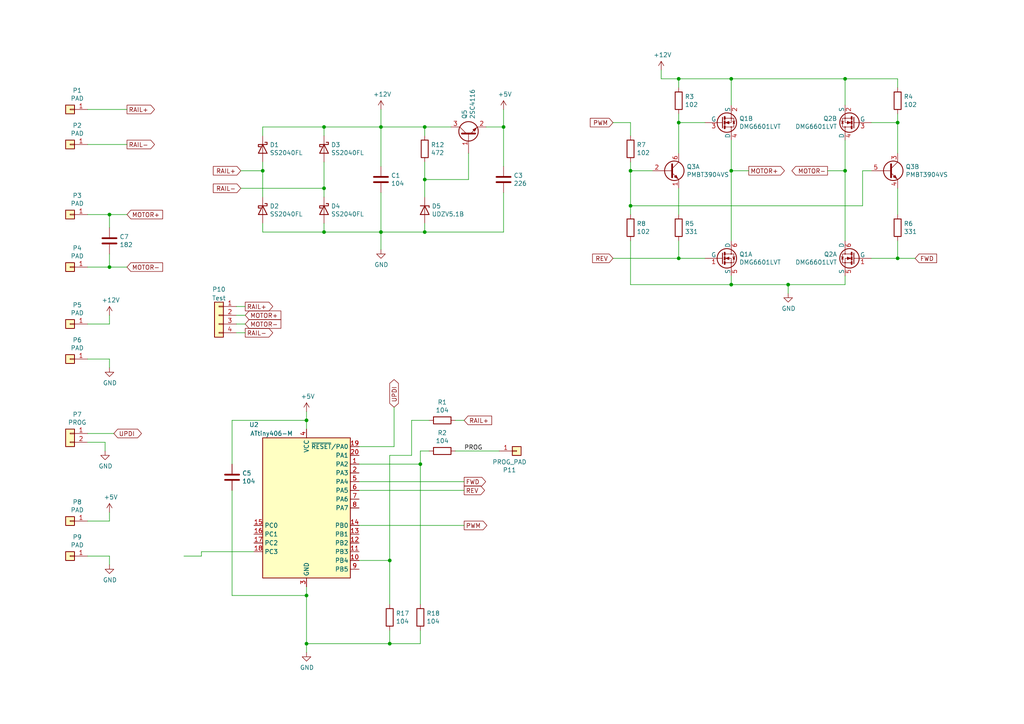
<source format=kicad_sch>
(kicad_sch (version 20211123) (generator eeschema)

  (uuid 4b21365e-5c4b-461c-b00b-d7588d39c35c)

  (paper "A4")

  (lib_symbols
    (symbol "6pin-mosfet:DMG6601LVT" (pin_names (offset 0)) (in_bom yes) (on_board yes)
      (property "Reference" "Q" (id 0) (at 6.35 1.905 0)
        (effects (font (size 1.27 1.27)) (justify left))
      )
      (property "Value" "DMG6601LVT" (id 1) (at 6.35 0 0)
        (effects (font (size 1.27 1.27)) (justify left))
      )
      (property "Footprint" "SOT-23-6" (id 2) (at 6.35 -1.905 0)
        (effects (font (size 1.27 1.27) italic) (justify left))
      )
      (property "Datasheet" "http://www.diodes.com/_files/datasheets/DMG6601LVT.pdf" (id 3) (at 0 0 0)
        (effects (font (size 1.27 1.27)) (justify left))
      )
      (property "ki_keywords" "Dual N/P-Channel MOSFET" (id 4) (at 0 0 0)
        (effects (font (size 1.27 1.27)) hide)
      )
      (property "ki_description" "30V Vds, 3.8A / 2.5A Id, 55mOhm Rds, Dual N/P-Channel MOSFET, TSOT23-6" (id 5) (at 0 0 0)
        (effects (font (size 1.27 1.27)) hide)
      )
      (property "ki_fp_filters" "SOT* TSOT* SSOT*" (id 6) (at 0 0 0)
        (effects (font (size 1.27 1.27)) hide)
      )
      (symbol "DMG6601LVT_0_1"
        (polyline
          (pts
            (xy 0.635 -1.016)
            (xy 0.635 -1.651)
          )
          (stroke (width 0.508) (type default) (color 0 0 0 0))
          (fill (type none))
        )
        (polyline
          (pts
            (xy 0.635 0.381)
            (xy 0.635 -0.381)
          )
          (stroke (width 0.508) (type default) (color 0 0 0 0))
          (fill (type none))
        )
        (polyline
          (pts
            (xy 0.635 1.651)
            (xy 0.635 1.016)
          )
          (stroke (width 0.508) (type default) (color 0 0 0 0))
          (fill (type none))
        )
        (polyline
          (pts
            (xy 3.048 0.381)
            (xy 2.921 0.254)
          )
          (stroke (width 0) (type default) (color 0 0 0 0))
          (fill (type none))
        )
        (polyline
          (pts
            (xy 3.048 0.381)
            (xy 3.556 0.381)
          )
          (stroke (width 0) (type default) (color 0 0 0 0))
          (fill (type none))
        )
        (polyline
          (pts
            (xy 3.556 0.381)
            (xy 3.683 0.508)
          )
          (stroke (width 0) (type default) (color 0 0 0 0))
          (fill (type none))
        )
        (polyline
          (pts
            (xy 0 1.524)
            (xy 0 -1.524)
            (xy 0 -1.524)
          )
          (stroke (width 0.254) (type default) (color 0 0 0 0))
          (fill (type none))
        )
        (polyline
          (pts
            (xy 0.762 -1.27)
            (xy 2.54 -1.27)
            (xy 2.54 -2.54)
            (xy 2.54 -2.54)
          )
          (stroke (width 0) (type default) (color 0 0 0 0))
          (fill (type none))
        )
        (polyline
          (pts
            (xy 0.762 1.27)
            (xy 2.54 1.27)
            (xy 2.54 2.54)
            (xy 2.54 2.54)
          )
          (stroke (width 0) (type default) (color 0 0 0 0))
          (fill (type none))
        )
        (polyline
          (pts
            (xy 2.54 1.27)
            (xy 3.302 1.27)
            (xy 3.302 -1.27)
            (xy 2.54 -1.27)
          )
          (stroke (width 0) (type default) (color 0 0 0 0))
          (fill (type none))
        )
        (polyline
          (pts
            (xy 3.302 0.381)
            (xy 3.048 -0.254)
            (xy 3.556 -0.254)
            (xy 3.302 0.381)
          )
          (stroke (width 0) (type default) (color 0 0 0 0))
          (fill (type outline))
        )
        (polyline
          (pts
            (xy 0.889 0)
            (xy 1.905 0.381)
            (xy 1.905 -0.381)
            (xy 0.889 0)
            (xy 1.016 0)
            (xy 1.016 0)
          )
          (stroke (width 0) (type default) (color 0 0 0 0))
          (fill (type outline))
        )
        (circle (center 1.27 0) (radius 2.8194)
          (stroke (width 0.254) (type default) (color 0 0 0 0))
          (fill (type none))
        )
        (circle (center 2.54 -1.27) (radius 0.127)
          (stroke (width 0) (type default) (color 0 0 0 0))
          (fill (type none))
        )
        (circle (center 2.54 1.27) (radius 0.127)
          (stroke (width 0) (type default) (color 0 0 0 0))
          (fill (type none))
        )
      )
      (symbol "DMG6601LVT_1_1"
        (polyline
          (pts
            (xy 0.762 0)
            (xy 1.27 0)
            (xy 2.54 0)
            (xy 2.54 -1.27)
            (xy 2.54 -1.27)
          )
          (stroke (width 0) (type default) (color 0 0 0 0))
          (fill (type none))
        )
        (pin passive line (at -5.08 0 0) (length 5.08)
          (name "G" (effects (font (size 1.27 1.27))))
          (number "1" (effects (font (size 1.27 1.27))))
        )
        (pin passive line (at 2.54 -5.08 90) (length 2.54)
          (name "S" (effects (font (size 1.27 1.27))))
          (number "5" (effects (font (size 1.27 1.27))))
        )
        (pin passive line (at 2.54 5.08 270) (length 2.54)
          (name "D" (effects (font (size 1.27 1.27))))
          (number "6" (effects (font (size 1.27 1.27))))
        )
      )
      (symbol "DMG6601LVT_2_1"
        (polyline
          (pts
            (xy 1.27 0)
            (xy 2.54 0)
            (xy 2.54 1.27)
          )
          (stroke (width 0) (type default) (color 0 0 0 0))
          (fill (type none))
        )
        (pin passive line (at 2.54 5.08 270) (length 2.54)
          (name "S" (effects (font (size 1.27 1.27))))
          (number "2" (effects (font (size 1.27 1.27))))
        )
        (pin passive line (at -5.08 0 0) (length 5.08)
          (name "G" (effects (font (size 1.27 1.27))))
          (number "3" (effects (font (size 1.27 1.27))))
        )
        (pin passive line (at 2.54 -5.08 90) (length 2.54)
          (name "D" (effects (font (size 1.27 1.27))))
          (number "4" (effects (font (size 1.27 1.27))))
        )
      )
    )
    (symbol "Connector_Generic:Conn_01x01" (pin_names (offset 1.016) hide) (in_bom yes) (on_board yes)
      (property "Reference" "J" (id 0) (at 0 2.54 0)
        (effects (font (size 1.27 1.27)))
      )
      (property "Value" "Conn_01x01" (id 1) (at 0 -2.54 0)
        (effects (font (size 1.27 1.27)))
      )
      (property "Footprint" "" (id 2) (at 0 0 0)
        (effects (font (size 1.27 1.27)) hide)
      )
      (property "Datasheet" "~" (id 3) (at 0 0 0)
        (effects (font (size 1.27 1.27)) hide)
      )
      (property "ki_keywords" "connector" (id 4) (at 0 0 0)
        (effects (font (size 1.27 1.27)) hide)
      )
      (property "ki_description" "Generic connector, single row, 01x01, script generated (kicad-library-utils/schlib/autogen/connector/)" (id 5) (at 0 0 0)
        (effects (font (size 1.27 1.27)) hide)
      )
      (property "ki_fp_filters" "Connector*:*_1x??_*" (id 6) (at 0 0 0)
        (effects (font (size 1.27 1.27)) hide)
      )
      (symbol "Conn_01x01_1_1"
        (rectangle (start -1.27 0.127) (end 0 -0.127)
          (stroke (width 0.1524) (type default) (color 0 0 0 0))
          (fill (type none))
        )
        (rectangle (start -1.27 1.27) (end 1.27 -1.27)
          (stroke (width 0.254) (type default) (color 0 0 0 0))
          (fill (type background))
        )
        (pin passive line (at -5.08 0 0) (length 3.81)
          (name "Pin_1" (effects (font (size 1.27 1.27))))
          (number "1" (effects (font (size 1.27 1.27))))
        )
      )
    )
    (symbol "Connector_Generic:Conn_01x02" (pin_names (offset 1.016) hide) (in_bom yes) (on_board yes)
      (property "Reference" "J" (id 0) (at 0 2.54 0)
        (effects (font (size 1.27 1.27)))
      )
      (property "Value" "Conn_01x02" (id 1) (at 0 -5.08 0)
        (effects (font (size 1.27 1.27)))
      )
      (property "Footprint" "" (id 2) (at 0 0 0)
        (effects (font (size 1.27 1.27)) hide)
      )
      (property "Datasheet" "~" (id 3) (at 0 0 0)
        (effects (font (size 1.27 1.27)) hide)
      )
      (property "ki_keywords" "connector" (id 4) (at 0 0 0)
        (effects (font (size 1.27 1.27)) hide)
      )
      (property "ki_description" "Generic connector, single row, 01x02, script generated (kicad-library-utils/schlib/autogen/connector/)" (id 5) (at 0 0 0)
        (effects (font (size 1.27 1.27)) hide)
      )
      (property "ki_fp_filters" "Connector*:*_1x??_*" (id 6) (at 0 0 0)
        (effects (font (size 1.27 1.27)) hide)
      )
      (symbol "Conn_01x02_1_1"
        (rectangle (start -1.27 -2.413) (end 0 -2.667)
          (stroke (width 0.1524) (type default) (color 0 0 0 0))
          (fill (type none))
        )
        (rectangle (start -1.27 0.127) (end 0 -0.127)
          (stroke (width 0.1524) (type default) (color 0 0 0 0))
          (fill (type none))
        )
        (rectangle (start -1.27 1.27) (end 1.27 -3.81)
          (stroke (width 0.254) (type default) (color 0 0 0 0))
          (fill (type background))
        )
        (pin passive line (at -5.08 0 0) (length 3.81)
          (name "Pin_1" (effects (font (size 1.27 1.27))))
          (number "1" (effects (font (size 1.27 1.27))))
        )
        (pin passive line (at -5.08 -2.54 0) (length 3.81)
          (name "Pin_2" (effects (font (size 1.27 1.27))))
          (number "2" (effects (font (size 1.27 1.27))))
        )
      )
    )
    (symbol "Connector_Generic:Conn_01x04" (pin_names (offset 1.016) hide) (in_bom yes) (on_board yes)
      (property "Reference" "J" (id 0) (at 0 5.08 0)
        (effects (font (size 1.27 1.27)))
      )
      (property "Value" "Conn_01x04" (id 1) (at 0 -7.62 0)
        (effects (font (size 1.27 1.27)))
      )
      (property "Footprint" "" (id 2) (at 0 0 0)
        (effects (font (size 1.27 1.27)) hide)
      )
      (property "Datasheet" "~" (id 3) (at 0 0 0)
        (effects (font (size 1.27 1.27)) hide)
      )
      (property "ki_keywords" "connector" (id 4) (at 0 0 0)
        (effects (font (size 1.27 1.27)) hide)
      )
      (property "ki_description" "Generic connector, single row, 01x04, script generated (kicad-library-utils/schlib/autogen/connector/)" (id 5) (at 0 0 0)
        (effects (font (size 1.27 1.27)) hide)
      )
      (property "ki_fp_filters" "Connector*:*_1x??_*" (id 6) (at 0 0 0)
        (effects (font (size 1.27 1.27)) hide)
      )
      (symbol "Conn_01x04_1_1"
        (rectangle (start -1.27 -4.953) (end 0 -5.207)
          (stroke (width 0.1524) (type default) (color 0 0 0 0))
          (fill (type none))
        )
        (rectangle (start -1.27 -2.413) (end 0 -2.667)
          (stroke (width 0.1524) (type default) (color 0 0 0 0))
          (fill (type none))
        )
        (rectangle (start -1.27 0.127) (end 0 -0.127)
          (stroke (width 0.1524) (type default) (color 0 0 0 0))
          (fill (type none))
        )
        (rectangle (start -1.27 2.667) (end 0 2.413)
          (stroke (width 0.1524) (type default) (color 0 0 0 0))
          (fill (type none))
        )
        (rectangle (start -1.27 3.81) (end 1.27 -6.35)
          (stroke (width 0.254) (type default) (color 0 0 0 0))
          (fill (type background))
        )
        (pin passive line (at -5.08 2.54 0) (length 3.81)
          (name "Pin_1" (effects (font (size 1.27 1.27))))
          (number "1" (effects (font (size 1.27 1.27))))
        )
        (pin passive line (at -5.08 0 0) (length 3.81)
          (name "Pin_2" (effects (font (size 1.27 1.27))))
          (number "2" (effects (font (size 1.27 1.27))))
        )
        (pin passive line (at -5.08 -2.54 0) (length 3.81)
          (name "Pin_3" (effects (font (size 1.27 1.27))))
          (number "3" (effects (font (size 1.27 1.27))))
        )
        (pin passive line (at -5.08 -5.08 0) (length 3.81)
          (name "Pin_4" (effects (font (size 1.27 1.27))))
          (number "4" (effects (font (size 1.27 1.27))))
        )
      )
    )
    (symbol "Device:C" (pin_numbers hide) (pin_names (offset 0.254)) (in_bom yes) (on_board yes)
      (property "Reference" "C" (id 0) (at 0.635 2.54 0)
        (effects (font (size 1.27 1.27)) (justify left))
      )
      (property "Value" "C" (id 1) (at 0.635 -2.54 0)
        (effects (font (size 1.27 1.27)) (justify left))
      )
      (property "Footprint" "" (id 2) (at 0.9652 -3.81 0)
        (effects (font (size 1.27 1.27)) hide)
      )
      (property "Datasheet" "~" (id 3) (at 0 0 0)
        (effects (font (size 1.27 1.27)) hide)
      )
      (property "ki_keywords" "cap capacitor" (id 4) (at 0 0 0)
        (effects (font (size 1.27 1.27)) hide)
      )
      (property "ki_description" "Unpolarized capacitor" (id 5) (at 0 0 0)
        (effects (font (size 1.27 1.27)) hide)
      )
      (property "ki_fp_filters" "C_*" (id 6) (at 0 0 0)
        (effects (font (size 1.27 1.27)) hide)
      )
      (symbol "C_0_1"
        (polyline
          (pts
            (xy -2.032 -0.762)
            (xy 2.032 -0.762)
          )
          (stroke (width 0.508) (type default) (color 0 0 0 0))
          (fill (type none))
        )
        (polyline
          (pts
            (xy -2.032 0.762)
            (xy 2.032 0.762)
          )
          (stroke (width 0.508) (type default) (color 0 0 0 0))
          (fill (type none))
        )
      )
      (symbol "C_1_1"
        (pin passive line (at 0 3.81 270) (length 2.794)
          (name "~" (effects (font (size 1.27 1.27))))
          (number "1" (effects (font (size 1.27 1.27))))
        )
        (pin passive line (at 0 -3.81 90) (length 2.794)
          (name "~" (effects (font (size 1.27 1.27))))
          (number "2" (effects (font (size 1.27 1.27))))
        )
      )
    )
    (symbol "Device:D_Schottky" (pin_numbers hide) (pin_names (offset 1.016) hide) (in_bom yes) (on_board yes)
      (property "Reference" "D" (id 0) (at 0 2.54 0)
        (effects (font (size 1.27 1.27)))
      )
      (property "Value" "D_Schottky" (id 1) (at 0 -2.54 0)
        (effects (font (size 1.27 1.27)))
      )
      (property "Footprint" "" (id 2) (at 0 0 0)
        (effects (font (size 1.27 1.27)) hide)
      )
      (property "Datasheet" "~" (id 3) (at 0 0 0)
        (effects (font (size 1.27 1.27)) hide)
      )
      (property "ki_keywords" "diode Schottky" (id 4) (at 0 0 0)
        (effects (font (size 1.27 1.27)) hide)
      )
      (property "ki_description" "Schottky diode" (id 5) (at 0 0 0)
        (effects (font (size 1.27 1.27)) hide)
      )
      (property "ki_fp_filters" "TO-???* *_Diode_* *SingleDiode* D_*" (id 6) (at 0 0 0)
        (effects (font (size 1.27 1.27)) hide)
      )
      (symbol "D_Schottky_0_1"
        (polyline
          (pts
            (xy 1.27 0)
            (xy -1.27 0)
          )
          (stroke (width 0) (type default) (color 0 0 0 0))
          (fill (type none))
        )
        (polyline
          (pts
            (xy 1.27 1.27)
            (xy 1.27 -1.27)
            (xy -1.27 0)
            (xy 1.27 1.27)
          )
          (stroke (width 0.254) (type default) (color 0 0 0 0))
          (fill (type none))
        )
        (polyline
          (pts
            (xy -1.905 0.635)
            (xy -1.905 1.27)
            (xy -1.27 1.27)
            (xy -1.27 -1.27)
            (xy -0.635 -1.27)
            (xy -0.635 -0.635)
          )
          (stroke (width 0.254) (type default) (color 0 0 0 0))
          (fill (type none))
        )
      )
      (symbol "D_Schottky_1_1"
        (pin passive line (at -3.81 0 0) (length 2.54)
          (name "K" (effects (font (size 1.27 1.27))))
          (number "1" (effects (font (size 1.27 1.27))))
        )
        (pin passive line (at 3.81 0 180) (length 2.54)
          (name "A" (effects (font (size 1.27 1.27))))
          (number "2" (effects (font (size 1.27 1.27))))
        )
      )
    )
    (symbol "Device:D_Zener" (pin_numbers hide) (pin_names (offset 1.016) hide) (in_bom yes) (on_board yes)
      (property "Reference" "D" (id 0) (at 0 2.54 0)
        (effects (font (size 1.27 1.27)))
      )
      (property "Value" "D_Zener" (id 1) (at 0 -2.54 0)
        (effects (font (size 1.27 1.27)))
      )
      (property "Footprint" "" (id 2) (at 0 0 0)
        (effects (font (size 1.27 1.27)) hide)
      )
      (property "Datasheet" "~" (id 3) (at 0 0 0)
        (effects (font (size 1.27 1.27)) hide)
      )
      (property "ki_keywords" "diode" (id 4) (at 0 0 0)
        (effects (font (size 1.27 1.27)) hide)
      )
      (property "ki_description" "Zener diode" (id 5) (at 0 0 0)
        (effects (font (size 1.27 1.27)) hide)
      )
      (property "ki_fp_filters" "TO-???* *_Diode_* *SingleDiode* D_*" (id 6) (at 0 0 0)
        (effects (font (size 1.27 1.27)) hide)
      )
      (symbol "D_Zener_0_1"
        (polyline
          (pts
            (xy 1.27 0)
            (xy -1.27 0)
          )
          (stroke (width 0) (type default) (color 0 0 0 0))
          (fill (type none))
        )
        (polyline
          (pts
            (xy -1.27 -1.27)
            (xy -1.27 1.27)
            (xy -0.762 1.27)
          )
          (stroke (width 0.254) (type default) (color 0 0 0 0))
          (fill (type none))
        )
        (polyline
          (pts
            (xy 1.27 -1.27)
            (xy 1.27 1.27)
            (xy -1.27 0)
            (xy 1.27 -1.27)
          )
          (stroke (width 0.254) (type default) (color 0 0 0 0))
          (fill (type none))
        )
      )
      (symbol "D_Zener_1_1"
        (pin passive line (at -3.81 0 0) (length 2.54)
          (name "K" (effects (font (size 1.27 1.27))))
          (number "1" (effects (font (size 1.27 1.27))))
        )
        (pin passive line (at 3.81 0 180) (length 2.54)
          (name "A" (effects (font (size 1.27 1.27))))
          (number "2" (effects (font (size 1.27 1.27))))
        )
      )
    )
    (symbol "Device:Q_DUAL_NPN_NPN_E1B1C2E2B2C1" (pin_names (offset 0) hide) (in_bom yes) (on_board yes)
      (property "Reference" "Q" (id 0) (at 5.08 1.27 0)
        (effects (font (size 1.27 1.27)) (justify left))
      )
      (property "Value" "Device_Q_DUAL_NPN_NPN_E1B1C2E2B2C1" (id 1) (at 5.08 -1.27 0)
        (effects (font (size 1.27 1.27)) (justify left))
      )
      (property "Footprint" "" (id 2) (at 5.08 2.54 0)
        (effects (font (size 1.27 1.27)) hide)
      )
      (property "Datasheet" "" (id 3) (at 0 0 0)
        (effects (font (size 1.27 1.27)) hide)
      )
      (property "ki_locked" "" (id 4) (at 0 0 0)
        (effects (font (size 1.27 1.27)))
      )
      (property "ki_fp_filters" "SC?70* SC?88* SOT?363* SOT?23*" (id 5) (at 0 0 0)
        (effects (font (size 1.27 1.27)) hide)
      )
      (symbol "Q_DUAL_NPN_NPN_E1B1C2E2B2C1_0_1"
        (polyline
          (pts
            (xy 0.635 0)
            (xy -2.54 0)
          )
          (stroke (width 0) (type default) (color 0 0 0 0))
          (fill (type none))
        )
        (polyline
          (pts
            (xy 0.635 0.635)
            (xy 2.54 2.54)
          )
          (stroke (width 0) (type default) (color 0 0 0 0))
          (fill (type none))
        )
        (polyline
          (pts
            (xy 0.635 -0.635)
            (xy 2.54 -2.54)
            (xy 2.54 -2.54)
          )
          (stroke (width 0) (type default) (color 0 0 0 0))
          (fill (type none))
        )
        (polyline
          (pts
            (xy 0.635 1.905)
            (xy 0.635 -1.905)
            (xy 0.635 -1.905)
          )
          (stroke (width 0.508) (type default) (color 0 0 0 0))
          (fill (type none))
        )
        (polyline
          (pts
            (xy 1.27 -1.778)
            (xy 1.778 -1.27)
            (xy 2.286 -2.286)
            (xy 1.27 -1.778)
            (xy 1.27 -1.778)
          )
          (stroke (width 0) (type default) (color 0 0 0 0))
          (fill (type outline))
        )
        (circle (center 1.27 0) (radius 2.8194)
          (stroke (width 0.254) (type default) (color 0 0 0 0))
          (fill (type none))
        )
      )
      (symbol "Q_DUAL_NPN_NPN_E1B1C2E2B2C1_1_1"
        (pin passive line (at 2.54 -5.08 90) (length 2.54)
          (name "E1" (effects (font (size 1.27 1.27))))
          (number "1" (effects (font (size 1.27 1.27))))
        )
        (pin input line (at -5.08 0 0) (length 2.54)
          (name "B1" (effects (font (size 1.27 1.27))))
          (number "2" (effects (font (size 1.27 1.27))))
        )
        (pin passive line (at 2.54 5.08 270) (length 2.54)
          (name "C1" (effects (font (size 1.27 1.27))))
          (number "6" (effects (font (size 1.27 1.27))))
        )
      )
      (symbol "Q_DUAL_NPN_NPN_E1B1C2E2B2C1_2_1"
        (pin passive line (at 2.54 5.08 270) (length 2.54)
          (name "C2" (effects (font (size 1.27 1.27))))
          (number "3" (effects (font (size 1.27 1.27))))
        )
        (pin passive line (at 2.54 -5.08 90) (length 2.54)
          (name "E2" (effects (font (size 1.27 1.27))))
          (number "4" (effects (font (size 1.27 1.27))))
        )
        (pin input line (at -5.08 0 0) (length 2.54)
          (name "B2" (effects (font (size 1.27 1.27))))
          (number "5" (effects (font (size 1.27 1.27))))
        )
      )
    )
    (symbol "Device:Q_NPN_BEC" (pin_names (offset 0) hide) (in_bom yes) (on_board yes)
      (property "Reference" "Q" (id 0) (at 5.08 1.27 0)
        (effects (font (size 1.27 1.27)) (justify left))
      )
      (property "Value" "Q_NPN_BEC" (id 1) (at 5.08 -1.27 0)
        (effects (font (size 1.27 1.27)) (justify left))
      )
      (property "Footprint" "" (id 2) (at 5.08 2.54 0)
        (effects (font (size 1.27 1.27)) hide)
      )
      (property "Datasheet" "~" (id 3) (at 0 0 0)
        (effects (font (size 1.27 1.27)) hide)
      )
      (property "ki_keywords" "transistor NPN" (id 4) (at 0 0 0)
        (effects (font (size 1.27 1.27)) hide)
      )
      (property "ki_description" "NPN transistor, base/emitter/collector" (id 5) (at 0 0 0)
        (effects (font (size 1.27 1.27)) hide)
      )
      (symbol "Q_NPN_BEC_0_1"
        (polyline
          (pts
            (xy 0.635 0.635)
            (xy 2.54 2.54)
          )
          (stroke (width 0) (type default) (color 0 0 0 0))
          (fill (type none))
        )
        (polyline
          (pts
            (xy 0.635 -0.635)
            (xy 2.54 -2.54)
            (xy 2.54 -2.54)
          )
          (stroke (width 0) (type default) (color 0 0 0 0))
          (fill (type none))
        )
        (polyline
          (pts
            (xy 0.635 1.905)
            (xy 0.635 -1.905)
            (xy 0.635 -1.905)
          )
          (stroke (width 0.508) (type default) (color 0 0 0 0))
          (fill (type none))
        )
        (polyline
          (pts
            (xy 1.27 -1.778)
            (xy 1.778 -1.27)
            (xy 2.286 -2.286)
            (xy 1.27 -1.778)
            (xy 1.27 -1.778)
          )
          (stroke (width 0) (type default) (color 0 0 0 0))
          (fill (type outline))
        )
        (circle (center 1.27 0) (radius 2.8194)
          (stroke (width 0.254) (type default) (color 0 0 0 0))
          (fill (type none))
        )
      )
      (symbol "Q_NPN_BEC_1_1"
        (pin input line (at -5.08 0 0) (length 5.715)
          (name "B" (effects (font (size 1.27 1.27))))
          (number "1" (effects (font (size 1.27 1.27))))
        )
        (pin passive line (at 2.54 -5.08 90) (length 2.54)
          (name "E" (effects (font (size 1.27 1.27))))
          (number "2" (effects (font (size 1.27 1.27))))
        )
        (pin passive line (at 2.54 5.08 270) (length 2.54)
          (name "C" (effects (font (size 1.27 1.27))))
          (number "3" (effects (font (size 1.27 1.27))))
        )
      )
    )
    (symbol "Device:R" (pin_numbers hide) (pin_names (offset 0)) (in_bom yes) (on_board yes)
      (property "Reference" "R" (id 0) (at 2.032 0 90)
        (effects (font (size 1.27 1.27)))
      )
      (property "Value" "R" (id 1) (at 0 0 90)
        (effects (font (size 1.27 1.27)))
      )
      (property "Footprint" "" (id 2) (at -1.778 0 90)
        (effects (font (size 1.27 1.27)) hide)
      )
      (property "Datasheet" "~" (id 3) (at 0 0 0)
        (effects (font (size 1.27 1.27)) hide)
      )
      (property "ki_keywords" "R res resistor" (id 4) (at 0 0 0)
        (effects (font (size 1.27 1.27)) hide)
      )
      (property "ki_description" "Resistor" (id 5) (at 0 0 0)
        (effects (font (size 1.27 1.27)) hide)
      )
      (property "ki_fp_filters" "R_*" (id 6) (at 0 0 0)
        (effects (font (size 1.27 1.27)) hide)
      )
      (symbol "R_0_1"
        (rectangle (start -1.016 -2.54) (end 1.016 2.54)
          (stroke (width 0.254) (type default) (color 0 0 0 0))
          (fill (type none))
        )
      )
      (symbol "R_1_1"
        (pin passive line (at 0 3.81 270) (length 1.27)
          (name "~" (effects (font (size 1.27 1.27))))
          (number "1" (effects (font (size 1.27 1.27))))
        )
        (pin passive line (at 0 -3.81 90) (length 1.27)
          (name "~" (effects (font (size 1.27 1.27))))
          (number "2" (effects (font (size 1.27 1.27))))
        )
      )
    )
    (symbol "MCU_Microchip_ATtiny:ATtiny1606-M" (in_bom yes) (on_board yes)
      (property "Reference" "U" (id 0) (at -12.7 21.59 0)
        (effects (font (size 1.27 1.27)) (justify left bottom))
      )
      (property "Value" "ATtiny1606-M" (id 1) (at 2.54 -21.59 0)
        (effects (font (size 1.27 1.27)) (justify left top))
      )
      (property "Footprint" "Package_DFN_QFN:VQFN-20-1EP_3x3mm_P0.4mm_EP1.7x1.7mm" (id 2) (at 0 0 0)
        (effects (font (size 1.27 1.27) italic) hide)
      )
      (property "Datasheet" "http://ww1.microchip.com/downloads/en/DeviceDoc/ATtiny806_1606_Data_Sheet_40002029A.pdf" (id 3) (at 0 0 0)
        (effects (font (size 1.27 1.27)) hide)
      )
      (property "ki_keywords" "AVR 8bit Microcontroller tinyAVR" (id 4) (at 0 0 0)
        (effects (font (size 1.27 1.27)) hide)
      )
      (property "ki_description" "20MHz, 16kB Flash, 1kB SRAM, 256B EEPROM, VQFN-20" (id 5) (at 0 0 0)
        (effects (font (size 1.27 1.27)) hide)
      )
      (property "ki_fp_filters" "VQFN*1EP*3x3mm*P0.4mm*" (id 6) (at 0 0 0)
        (effects (font (size 1.27 1.27)) hide)
      )
      (symbol "ATtiny1606-M_0_1"
        (rectangle (start -12.7 -20.32) (end 12.7 20.32)
          (stroke (width 0.254) (type default) (color 0 0 0 0))
          (fill (type background))
        )
      )
      (symbol "ATtiny1606-M_1_1"
        (pin bidirectional line (at 15.24 12.7 180) (length 2.54)
          (name "PA2" (effects (font (size 1.27 1.27))))
          (number "1" (effects (font (size 1.27 1.27))))
        )
        (pin bidirectional line (at 15.24 -15.24 180) (length 2.54)
          (name "PB4" (effects (font (size 1.27 1.27))))
          (number "10" (effects (font (size 1.27 1.27))))
        )
        (pin bidirectional line (at 15.24 -12.7 180) (length 2.54)
          (name "PB3" (effects (font (size 1.27 1.27))))
          (number "11" (effects (font (size 1.27 1.27))))
        )
        (pin bidirectional line (at 15.24 -10.16 180) (length 2.54)
          (name "PB2" (effects (font (size 1.27 1.27))))
          (number "12" (effects (font (size 1.27 1.27))))
        )
        (pin bidirectional line (at 15.24 -7.62 180) (length 2.54)
          (name "PB1" (effects (font (size 1.27 1.27))))
          (number "13" (effects (font (size 1.27 1.27))))
        )
        (pin bidirectional line (at 15.24 -5.08 180) (length 2.54)
          (name "PB0" (effects (font (size 1.27 1.27))))
          (number "14" (effects (font (size 1.27 1.27))))
        )
        (pin bidirectional line (at -15.24 -5.08 0) (length 2.54)
          (name "PC0" (effects (font (size 1.27 1.27))))
          (number "15" (effects (font (size 1.27 1.27))))
        )
        (pin bidirectional line (at -15.24 -7.62 0) (length 2.54)
          (name "PC1" (effects (font (size 1.27 1.27))))
          (number "16" (effects (font (size 1.27 1.27))))
        )
        (pin bidirectional line (at -15.24 -10.16 0) (length 2.54)
          (name "PC2" (effects (font (size 1.27 1.27))))
          (number "17" (effects (font (size 1.27 1.27))))
        )
        (pin bidirectional line (at -15.24 -12.7 0) (length 2.54)
          (name "PC3" (effects (font (size 1.27 1.27))))
          (number "18" (effects (font (size 1.27 1.27))))
        )
        (pin bidirectional line (at 15.24 17.78 180) (length 2.54)
          (name "~{RESET}/PA0" (effects (font (size 1.27 1.27))))
          (number "19" (effects (font (size 1.27 1.27))))
        )
        (pin bidirectional line (at 15.24 10.16 180) (length 2.54)
          (name "PA3" (effects (font (size 1.27 1.27))))
          (number "2" (effects (font (size 1.27 1.27))))
        )
        (pin bidirectional line (at 15.24 15.24 180) (length 2.54)
          (name "PA1" (effects (font (size 1.27 1.27))))
          (number "20" (effects (font (size 1.27 1.27))))
        )
        (pin passive line (at 0 -22.86 90) (length 2.54) hide
          (name "GND" (effects (font (size 1.27 1.27))))
          (number "21" (effects (font (size 1.27 1.27))))
        )
        (pin power_in line (at 0 -22.86 90) (length 2.54)
          (name "GND" (effects (font (size 1.27 1.27))))
          (number "3" (effects (font (size 1.27 1.27))))
        )
        (pin power_in line (at 0 22.86 270) (length 2.54)
          (name "VCC" (effects (font (size 1.27 1.27))))
          (number "4" (effects (font (size 1.27 1.27))))
        )
        (pin bidirectional line (at 15.24 7.62 180) (length 2.54)
          (name "PA4" (effects (font (size 1.27 1.27))))
          (number "5" (effects (font (size 1.27 1.27))))
        )
        (pin bidirectional line (at 15.24 5.08 180) (length 2.54)
          (name "PA5" (effects (font (size 1.27 1.27))))
          (number "6" (effects (font (size 1.27 1.27))))
        )
        (pin bidirectional line (at 15.24 2.54 180) (length 2.54)
          (name "PA6" (effects (font (size 1.27 1.27))))
          (number "7" (effects (font (size 1.27 1.27))))
        )
        (pin bidirectional line (at 15.24 0 180) (length 2.54)
          (name "PA7" (effects (font (size 1.27 1.27))))
          (number "8" (effects (font (size 1.27 1.27))))
        )
        (pin bidirectional line (at 15.24 -17.78 180) (length 2.54)
          (name "PB5" (effects (font (size 1.27 1.27))))
          (number "9" (effects (font (size 1.27 1.27))))
        )
      )
    )
    (symbol "power:+12V" (power) (pin_names (offset 0)) (in_bom yes) (on_board yes)
      (property "Reference" "#PWR" (id 0) (at 0 -3.81 0)
        (effects (font (size 1.27 1.27)) hide)
      )
      (property "Value" "+12V" (id 1) (at 0 3.556 0)
        (effects (font (size 1.27 1.27)))
      )
      (property "Footprint" "" (id 2) (at 0 0 0)
        (effects (font (size 1.27 1.27)) hide)
      )
      (property "Datasheet" "" (id 3) (at 0 0 0)
        (effects (font (size 1.27 1.27)) hide)
      )
      (property "ki_keywords" "power-flag" (id 4) (at 0 0 0)
        (effects (font (size 1.27 1.27)) hide)
      )
      (property "ki_description" "Power symbol creates a global label with name \"+12V\"" (id 5) (at 0 0 0)
        (effects (font (size 1.27 1.27)) hide)
      )
      (symbol "+12V_0_1"
        (polyline
          (pts
            (xy -0.762 1.27)
            (xy 0 2.54)
          )
          (stroke (width 0) (type default) (color 0 0 0 0))
          (fill (type none))
        )
        (polyline
          (pts
            (xy 0 0)
            (xy 0 2.54)
          )
          (stroke (width 0) (type default) (color 0 0 0 0))
          (fill (type none))
        )
        (polyline
          (pts
            (xy 0 2.54)
            (xy 0.762 1.27)
          )
          (stroke (width 0) (type default) (color 0 0 0 0))
          (fill (type none))
        )
      )
      (symbol "+12V_1_1"
        (pin power_in line (at 0 0 90) (length 0) hide
          (name "+12V" (effects (font (size 1.27 1.27))))
          (number "1" (effects (font (size 1.27 1.27))))
        )
      )
    )
    (symbol "power:+5V" (power) (pin_names (offset 0)) (in_bom yes) (on_board yes)
      (property "Reference" "#PWR" (id 0) (at 0 -3.81 0)
        (effects (font (size 1.27 1.27)) hide)
      )
      (property "Value" "+5V" (id 1) (at 0 3.556 0)
        (effects (font (size 1.27 1.27)))
      )
      (property "Footprint" "" (id 2) (at 0 0 0)
        (effects (font (size 1.27 1.27)) hide)
      )
      (property "Datasheet" "" (id 3) (at 0 0 0)
        (effects (font (size 1.27 1.27)) hide)
      )
      (property "ki_keywords" "power-flag" (id 4) (at 0 0 0)
        (effects (font (size 1.27 1.27)) hide)
      )
      (property "ki_description" "Power symbol creates a global label with name \"+5V\"" (id 5) (at 0 0 0)
        (effects (font (size 1.27 1.27)) hide)
      )
      (symbol "+5V_0_1"
        (polyline
          (pts
            (xy -0.762 1.27)
            (xy 0 2.54)
          )
          (stroke (width 0) (type default) (color 0 0 0 0))
          (fill (type none))
        )
        (polyline
          (pts
            (xy 0 0)
            (xy 0 2.54)
          )
          (stroke (width 0) (type default) (color 0 0 0 0))
          (fill (type none))
        )
        (polyline
          (pts
            (xy 0 2.54)
            (xy 0.762 1.27)
          )
          (stroke (width 0) (type default) (color 0 0 0 0))
          (fill (type none))
        )
      )
      (symbol "+5V_1_1"
        (pin power_in line (at 0 0 90) (length 0) hide
          (name "+5V" (effects (font (size 1.27 1.27))))
          (number "1" (effects (font (size 1.27 1.27))))
        )
      )
    )
    (symbol "power:GND" (power) (pin_names (offset 0)) (in_bom yes) (on_board yes)
      (property "Reference" "#PWR" (id 0) (at 0 -6.35 0)
        (effects (font (size 1.27 1.27)) hide)
      )
      (property "Value" "GND" (id 1) (at 0 -3.81 0)
        (effects (font (size 1.27 1.27)))
      )
      (property "Footprint" "" (id 2) (at 0 0 0)
        (effects (font (size 1.27 1.27)) hide)
      )
      (property "Datasheet" "" (id 3) (at 0 0 0)
        (effects (font (size 1.27 1.27)) hide)
      )
      (property "ki_keywords" "power-flag" (id 4) (at 0 0 0)
        (effects (font (size 1.27 1.27)) hide)
      )
      (property "ki_description" "Power symbol creates a global label with name \"GND\" , ground" (id 5) (at 0 0 0)
        (effects (font (size 1.27 1.27)) hide)
      )
      (symbol "GND_0_1"
        (polyline
          (pts
            (xy 0 0)
            (xy 0 -1.27)
            (xy 1.27 -1.27)
            (xy 0 -2.54)
            (xy -1.27 -1.27)
            (xy 0 -1.27)
          )
          (stroke (width 0) (type default) (color 0 0 0 0))
          (fill (type none))
        )
      )
      (symbol "GND_1_1"
        (pin power_in line (at 0 0 270) (length 0) hide
          (name "GND" (effects (font (size 1.27 1.27))))
          (number "1" (effects (font (size 1.27 1.27))))
        )
      )
    )
  )

  (junction (at 123.19 36.83) (diameter 0) (color 0 0 0 0)
    (uuid 007c90c4-6852-41cd-9aa3-51446f1c003d)
  )
  (junction (at 123.19 52.07) (diameter 0) (color 0 0 0 0)
    (uuid 2bda1fc2-1b6e-4639-bab6-7ee59397cd2f)
  )
  (junction (at 245.11 22.86) (diameter 0) (color 0 0 0 0)
    (uuid 2c772608-082e-4843-bf38-f68d7cfb7610)
  )
  (junction (at 260.35 74.93) (diameter 0) (color 0 0 0 0)
    (uuid 349a8062-9cd9-4cd3-945d-4cc1df9913eb)
  )
  (junction (at 196.85 74.93) (diameter 0) (color 0 0 0 0)
    (uuid 37012dd5-dd5a-42f7-97ea-2cda7d0b64c3)
  )
  (junction (at 110.49 67.31) (diameter 0) (color 0 0 0 0)
    (uuid 3abae0ee-dc33-4e78-a54c-5060e5c9be44)
  )
  (junction (at 146.05 36.83) (diameter 0) (color 0 0 0 0)
    (uuid 3e92b515-1d2f-4ce8-8452-abadac4bbae9)
  )
  (junction (at 93.98 54.61) (diameter 0) (color 0 0 0 0)
    (uuid 3ec29837-d552-4cc7-b6b0-ef75b2f754db)
  )
  (junction (at 88.9 121.92) (diameter 0) (color 0 0 0 0)
    (uuid 455139ce-e6cc-4374-b430-a8bc49078846)
  )
  (junction (at 113.03 186.69) (diameter 0) (color 0 0 0 0)
    (uuid 5bebdfba-f11c-43dd-ba87-16835d385f0c)
  )
  (junction (at 182.88 49.53) (diameter 0) (color 0 0 0 0)
    (uuid 60bfd53b-0536-48cc-ad82-f4338fd0ff52)
  )
  (junction (at 212.09 49.53) (diameter 0) (color 0 0 0 0)
    (uuid 60c356a1-9e65-4220-a03c-4919868b1014)
  )
  (junction (at 196.85 22.86) (diameter 0) (color 0 0 0 0)
    (uuid 6be2fd0d-1c35-45ab-9866-d7973eb1065d)
  )
  (junction (at 76.2 49.53) (diameter 0) (color 0 0 0 0)
    (uuid 73ebd376-1c95-405a-bf26-131b23766757)
  )
  (junction (at 88.9 186.69) (diameter 0) (color 0 0 0 0)
    (uuid 7ba12a2e-6c6c-48fa-8772-a262091f1f77)
  )
  (junction (at 31.75 77.47) (diameter 0) (color 0 0 0 0)
    (uuid 8125f2dc-574e-462c-b447-6f87d89cec1f)
  )
  (junction (at 93.98 36.83) (diameter 0) (color 0 0 0 0)
    (uuid 81b3f04d-186a-4313-ba32-f293bc9b338e)
  )
  (junction (at 196.85 35.56) (diameter 0) (color 0 0 0 0)
    (uuid 850e8ba3-8b0f-4544-a9bf-b31125fa7224)
  )
  (junction (at 110.49 36.83) (diameter 0) (color 0 0 0 0)
    (uuid 9408780e-ebb5-45e5-82e1-21f05b2b46d0)
  )
  (junction (at 260.35 35.56) (diameter 0) (color 0 0 0 0)
    (uuid 9fe9a159-0406-4209-82e4-a275cd1d9052)
  )
  (junction (at 31.75 62.23) (diameter 0) (color 0 0 0 0)
    (uuid af56b847-1ebb-4e79-813b-d6fa09b2e03f)
  )
  (junction (at 228.6 82.55) (diameter 0) (color 0 0 0 0)
    (uuid b728fa78-bf7f-4805-84d2-27a85addffaa)
  )
  (junction (at 212.09 82.55) (diameter 0) (color 0 0 0 0)
    (uuid b957e3af-8563-4a45-8df0-33c342590576)
  )
  (junction (at 212.09 22.86) (diameter 0) (color 0 0 0 0)
    (uuid c3915523-9179-48e9-92a9-590da49feee0)
  )
  (junction (at 245.11 49.53) (diameter 0) (color 0 0 0 0)
    (uuid c952245d-ccfe-416f-b9b3-798d97fb9066)
  )
  (junction (at 121.92 134.62) (diameter 0) (color 0 0 0 0)
    (uuid cd9c48ed-995e-4790-a72c-3d62912e2b88)
  )
  (junction (at 113.03 162.56) (diameter 0) (color 0 0 0 0)
    (uuid d7364afc-f7ac-4a28-a3a9-9cdc00e0ddc6)
  )
  (junction (at 88.9 172.72) (diameter 0) (color 0 0 0 0)
    (uuid e9d91a19-ce5b-4881-893b-f569026d6201)
  )
  (junction (at 93.98 67.31) (diameter 0) (color 0 0 0 0)
    (uuid ec09e232-e036-420b-82b1-0ff20c4cd06c)
  )
  (junction (at 182.88 59.69) (diameter 0) (color 0 0 0 0)
    (uuid f598825a-a7b3-40ee-a3ea-419a1f3e549b)
  )
  (junction (at 123.19 67.31) (diameter 0) (color 0 0 0 0)
    (uuid fbe35ce6-a1a7-47b8-9499-193e4e3e413d)
  )

  (wire (pts (xy 252.73 74.93) (xy 260.35 74.93))
    (stroke (width 0) (type default) (color 0 0 0 0))
    (uuid 006a4f71-4dd0-4e9f-9d6e-6703a3ab36d9)
  )
  (wire (pts (xy 123.19 57.15) (xy 123.19 52.07))
    (stroke (width 0) (type default) (color 0 0 0 0))
    (uuid 007fe950-7807-4fbc-bd34-6c40d5e72d63)
  )
  (wire (pts (xy 182.88 49.53) (xy 182.88 59.69))
    (stroke (width 0) (type default) (color 0 0 0 0))
    (uuid 02dee957-3f69-4647-beb2-210f37dcc5f7)
  )
  (wire (pts (xy 31.75 73.66) (xy 31.75 77.47))
    (stroke (width 0) (type default) (color 0 0 0 0))
    (uuid 03efd5eb-8302-4119-a860-8a1d4b45ef06)
  )
  (wire (pts (xy 76.2 49.53) (xy 69.85 49.53))
    (stroke (width 0) (type default) (color 0 0 0 0))
    (uuid 07fdf805-e64a-408c-908e-888eb814fea4)
  )
  (wire (pts (xy 67.31 172.72) (xy 88.9 172.72))
    (stroke (width 0) (type default) (color 0 0 0 0))
    (uuid 0a69bf73-1061-4cfe-8750-460448b9ad67)
  )
  (wire (pts (xy 245.11 80.01) (xy 245.11 82.55))
    (stroke (width 0) (type default) (color 0 0 0 0))
    (uuid 0aa9a6e7-c61e-48d4-8ae7-dbffafa916d8)
  )
  (wire (pts (xy 212.09 49.53) (xy 217.17 49.53))
    (stroke (width 0) (type default) (color 0 0 0 0))
    (uuid 0af5261d-b5ab-41b7-b799-752a887e5c72)
  )
  (wire (pts (xy 113.03 132.08) (xy 113.03 162.56))
    (stroke (width 0) (type default) (color 0 0 0 0))
    (uuid 0c0a8be5-70ca-4b32-9606-e00e44afd47a)
  )
  (wire (pts (xy 119.38 121.92) (xy 124.46 121.92))
    (stroke (width 0) (type default) (color 0 0 0 0))
    (uuid 0c5f27c0-d039-4b9d-a55f-113ec32e69ee)
  )
  (wire (pts (xy 31.75 161.29) (xy 31.75 163.83))
    (stroke (width 0) (type default) (color 0 0 0 0))
    (uuid 0e503db1-1130-4eb8-ac63-283d78fad54b)
  )
  (wire (pts (xy 67.31 121.92) (xy 88.9 121.92))
    (stroke (width 0) (type default) (color 0 0 0 0))
    (uuid 0ed4b90e-4f7c-4699-a35c-8063eff7ff74)
  )
  (wire (pts (xy 76.2 67.31) (xy 76.2 64.77))
    (stroke (width 0) (type default) (color 0 0 0 0))
    (uuid 1014aa19-8645-4040-a620-6db54d0c574b)
  )
  (wire (pts (xy 196.85 35.56) (xy 196.85 44.45))
    (stroke (width 0) (type default) (color 0 0 0 0))
    (uuid 109784fb-1dc1-45d8-b67f-d728200133b5)
  )
  (wire (pts (xy 135.89 52.07) (xy 135.89 44.45))
    (stroke (width 0) (type default) (color 0 0 0 0))
    (uuid 11ee01ea-6376-40c7-834b-d6027abf8153)
  )
  (wire (pts (xy 146.05 31.75) (xy 146.05 36.83))
    (stroke (width 0) (type default) (color 0 0 0 0))
    (uuid 12272c35-1fce-46b7-b437-5ee70c1e6750)
  )
  (wire (pts (xy 25.4 93.98) (xy 31.75 93.98))
    (stroke (width 0) (type default) (color 0 0 0 0))
    (uuid 15f6b687-3c7a-44d6-9bf9-79acba72ea84)
  )
  (wire (pts (xy 104.14 162.56) (xy 113.03 162.56))
    (stroke (width 0) (type default) (color 0 0 0 0))
    (uuid 1602f30e-c366-4744-b89e-34e2d6650c2a)
  )
  (wire (pts (xy 121.92 186.69) (xy 113.03 186.69))
    (stroke (width 0) (type default) (color 0 0 0 0))
    (uuid 17401523-02fc-4468-ab3a-ffda590ef2fd)
  )
  (wire (pts (xy 132.08 121.92) (xy 134.62 121.92))
    (stroke (width 0) (type default) (color 0 0 0 0))
    (uuid 17a955eb-4b9c-407d-bc08-9553555d76fd)
  )
  (wire (pts (xy 76.2 57.15) (xy 76.2 49.53))
    (stroke (width 0) (type default) (color 0 0 0 0))
    (uuid 1a6c261c-fdfa-4913-9367-306aa1af9d93)
  )
  (wire (pts (xy 196.85 74.93) (xy 204.47 74.93))
    (stroke (width 0) (type default) (color 0 0 0 0))
    (uuid 1ae0d43b-63c7-41a4-adab-6677fa3d829f)
  )
  (wire (pts (xy 196.85 25.4) (xy 196.85 22.86))
    (stroke (width 0) (type default) (color 0 0 0 0))
    (uuid 1b9bb693-f0a2-4c0d-a4b6-f4adc68a4ae1)
  )
  (wire (pts (xy 182.88 82.55) (xy 212.09 82.55))
    (stroke (width 0) (type default) (color 0 0 0 0))
    (uuid 1caa547f-f092-45f0-87d9-5507c957c8ad)
  )
  (wire (pts (xy 245.11 30.48) (xy 245.11 22.86))
    (stroke (width 0) (type default) (color 0 0 0 0))
    (uuid 22177387-51ac-4043-8fcf-38d939f0f65f)
  )
  (wire (pts (xy 212.09 40.64) (xy 212.09 49.53))
    (stroke (width 0) (type default) (color 0 0 0 0))
    (uuid 2293b176-bcd5-4956-b1f1-c7311010bc2c)
  )
  (wire (pts (xy 177.8 74.93) (xy 196.85 74.93))
    (stroke (width 0) (type default) (color 0 0 0 0))
    (uuid 23bdefdf-651a-46b1-b948-d0fca966b514)
  )
  (wire (pts (xy 121.92 130.81) (xy 121.92 134.62))
    (stroke (width 0) (type default) (color 0 0 0 0))
    (uuid 2469ff52-beb5-4d61-af47-a6e5d9b60437)
  )
  (wire (pts (xy 25.4 151.13) (xy 31.75 151.13))
    (stroke (width 0) (type default) (color 0 0 0 0))
    (uuid 28bd5aa7-4d60-407c-9530-32eff9cee08d)
  )
  (wire (pts (xy 250.19 49.53) (xy 250.19 59.69))
    (stroke (width 0) (type default) (color 0 0 0 0))
    (uuid 2b6e4317-78cf-42d3-bcad-e6915d08390e)
  )
  (wire (pts (xy 31.75 93.98) (xy 31.75 91.44))
    (stroke (width 0) (type default) (color 0 0 0 0))
    (uuid 2bb188b8-09f6-49ea-9594-3d6810dc4ca4)
  )
  (wire (pts (xy 260.35 35.56) (xy 260.35 33.02))
    (stroke (width 0) (type default) (color 0 0 0 0))
    (uuid 2dd2d668-7ea1-47a5-b230-482102906bd9)
  )
  (wire (pts (xy 260.35 22.86) (xy 245.11 22.86))
    (stroke (width 0) (type default) (color 0 0 0 0))
    (uuid 2fcd7630-a272-46d4-b9c2-34400263d428)
  )
  (wire (pts (xy 104.14 139.7) (xy 134.62 139.7))
    (stroke (width 0) (type default) (color 0 0 0 0))
    (uuid 31a53ace-0e73-421a-8040-5f0f86e56736)
  )
  (wire (pts (xy 88.9 170.18) (xy 88.9 172.72))
    (stroke (width 0) (type default) (color 0 0 0 0))
    (uuid 337a65b9-43e3-43d8-943c-0236db845cbd)
  )
  (wire (pts (xy 114.3 129.54) (xy 114.3 118.11))
    (stroke (width 0) (type default) (color 0 0 0 0))
    (uuid 35810ada-0768-49d9-b3de-e331e85b589d)
  )
  (wire (pts (xy 25.4 125.73) (xy 33.02 125.73))
    (stroke (width 0) (type default) (color 0 0 0 0))
    (uuid 3b5f587b-be63-401a-a51a-5f44e4ea4bde)
  )
  (wire (pts (xy 196.85 35.56) (xy 204.47 35.56))
    (stroke (width 0) (type default) (color 0 0 0 0))
    (uuid 3bef5f4d-309e-44d3-9bd8-5e5d954b060f)
  )
  (wire (pts (xy 121.92 182.88) (xy 121.92 186.69))
    (stroke (width 0) (type default) (color 0 0 0 0))
    (uuid 3dde5bba-f8ec-498c-87c5-428af308868f)
  )
  (wire (pts (xy 260.35 62.23) (xy 260.35 54.61))
    (stroke (width 0) (type default) (color 0 0 0 0))
    (uuid 4319967d-4591-48a5-8fa6-8b92754bcb47)
  )
  (wire (pts (xy 113.03 186.69) (xy 113.03 182.88))
    (stroke (width 0) (type default) (color 0 0 0 0))
    (uuid 484ab5f9-9b35-47b0-a8c7-7e38f31e99c6)
  )
  (wire (pts (xy 88.9 121.92) (xy 88.9 119.38))
    (stroke (width 0) (type default) (color 0 0 0 0))
    (uuid 4c7c1a72-363a-494b-8210-849075ef9d66)
  )
  (wire (pts (xy 182.88 62.23) (xy 182.88 59.69))
    (stroke (width 0) (type default) (color 0 0 0 0))
    (uuid 4cc1bd2d-a152-4f28-8c96-399e4c6af75d)
  )
  (wire (pts (xy 76.2 36.83) (xy 93.98 36.83))
    (stroke (width 0) (type default) (color 0 0 0 0))
    (uuid 4cd62afb-a72b-4f70-85c6-937b86aeb570)
  )
  (wire (pts (xy 93.98 67.31) (xy 110.49 67.31))
    (stroke (width 0) (type default) (color 0 0 0 0))
    (uuid 4df38930-6b6c-4f89-9258-78507f9b9563)
  )
  (wire (pts (xy 191.77 22.86) (xy 191.77 20.32))
    (stroke (width 0) (type default) (color 0 0 0 0))
    (uuid 51878671-bc6c-4eea-904d-003b6f565387)
  )
  (wire (pts (xy 104.14 129.54) (xy 114.3 129.54))
    (stroke (width 0) (type default) (color 0 0 0 0))
    (uuid 52a12ce2-3e7a-4834-9b72-ca965b727486)
  )
  (wire (pts (xy 196.85 22.86) (xy 191.77 22.86))
    (stroke (width 0) (type default) (color 0 0 0 0))
    (uuid 559c38a0-a013-423a-8b61-5415ddfa4a63)
  )
  (wire (pts (xy 25.4 41.91) (xy 36.83 41.91))
    (stroke (width 0) (type default) (color 0 0 0 0))
    (uuid 561638ff-2114-482a-84ef-5e266d651801)
  )
  (wire (pts (xy 76.2 49.53) (xy 76.2 46.99))
    (stroke (width 0) (type default) (color 0 0 0 0))
    (uuid 59064db1-2b4d-446d-9403-0bd663c360be)
  )
  (wire (pts (xy 212.09 22.86) (xy 245.11 22.86))
    (stroke (width 0) (type default) (color 0 0 0 0))
    (uuid 5b124dee-6952-4563-8688-35f7ee93e194)
  )
  (wire (pts (xy 123.19 52.07) (xy 123.19 46.99))
    (stroke (width 0) (type default) (color 0 0 0 0))
    (uuid 5b461aab-6473-4abf-bb14-7bc734a2279f)
  )
  (wire (pts (xy 196.85 33.02) (xy 196.85 35.56))
    (stroke (width 0) (type default) (color 0 0 0 0))
    (uuid 5c55e3e4-5e09-439e-bd88-7c1186a6b369)
  )
  (wire (pts (xy 104.14 134.62) (xy 121.92 134.62))
    (stroke (width 0) (type default) (color 0 0 0 0))
    (uuid 5f1b5b42-ca80-4162-bce2-995c30ff0ddc)
  )
  (wire (pts (xy 58.42 161.29) (xy 58.42 160.02))
    (stroke (width 0) (type default) (color 0 0 0 0))
    (uuid 625a67d2-a35c-4d17-948f-160ea266c92d)
  )
  (wire (pts (xy 212.09 49.53) (xy 212.09 69.85))
    (stroke (width 0) (type default) (color 0 0 0 0))
    (uuid 64f2f15f-56df-46d7-aa94-7b9a3ec15f12)
  )
  (wire (pts (xy 228.6 82.55) (xy 228.6 85.09))
    (stroke (width 0) (type default) (color 0 0 0 0))
    (uuid 667d7308-19f9-4f11-9a4f-c47311d07931)
  )
  (wire (pts (xy 25.4 161.29) (xy 31.75 161.29))
    (stroke (width 0) (type default) (color 0 0 0 0))
    (uuid 68b6ee67-03dc-40c3-922a-21caf575418e)
  )
  (wire (pts (xy 228.6 82.55) (xy 212.09 82.55))
    (stroke (width 0) (type default) (color 0 0 0 0))
    (uuid 6a9bc5a9-4971-443c-b38b-3f307658c58b)
  )
  (wire (pts (xy 130.81 36.83) (xy 123.19 36.83))
    (stroke (width 0) (type default) (color 0 0 0 0))
    (uuid 6dfce23b-8546-4c3d-9050-3420358dd1ca)
  )
  (wire (pts (xy 31.75 151.13) (xy 31.75 148.59))
    (stroke (width 0) (type default) (color 0 0 0 0))
    (uuid 719d3285-cb89-4ef5-a813-08b959031a6e)
  )
  (wire (pts (xy 260.35 69.85) (xy 260.35 74.93))
    (stroke (width 0) (type default) (color 0 0 0 0))
    (uuid 730deb18-801b-4ca6-acab-de7b6aeb1501)
  )
  (wire (pts (xy 93.98 57.15) (xy 93.98 54.61))
    (stroke (width 0) (type default) (color 0 0 0 0))
    (uuid 757ef854-ed50-4a14-98f8-595eb98e0d45)
  )
  (wire (pts (xy 182.88 59.69) (xy 250.19 59.69))
    (stroke (width 0) (type default) (color 0 0 0 0))
    (uuid 75c07929-eb44-40f2-b5bf-bd6098cb567b)
  )
  (wire (pts (xy 67.31 134.62) (xy 67.31 121.92))
    (stroke (width 0) (type default) (color 0 0 0 0))
    (uuid 75df6977-6c80-4f30-9404-a93aa4553d6b)
  )
  (wire (pts (xy 110.49 67.31) (xy 110.49 72.39))
    (stroke (width 0) (type default) (color 0 0 0 0))
    (uuid 77c88474-d21d-45b7-bb83-8d3c852cf189)
  )
  (wire (pts (xy 104.14 142.24) (xy 134.62 142.24))
    (stroke (width 0) (type default) (color 0 0 0 0))
    (uuid 7915de74-de75-4615-816f-8dedf004258d)
  )
  (wire (pts (xy 196.85 62.23) (xy 196.85 54.61))
    (stroke (width 0) (type default) (color 0 0 0 0))
    (uuid 7a500af4-a454-4ab1-aa8a-528433ab906a)
  )
  (wire (pts (xy 113.03 186.69) (xy 88.9 186.69))
    (stroke (width 0) (type default) (color 0 0 0 0))
    (uuid 7b1358a7-a9e1-454c-9aa7-a3dc45d3cd67)
  )
  (wire (pts (xy 245.11 82.55) (xy 228.6 82.55))
    (stroke (width 0) (type default) (color 0 0 0 0))
    (uuid 7c64b8dd-46d0-44ce-89ae-d6f41aca8383)
  )
  (wire (pts (xy 31.75 104.14) (xy 31.75 106.68))
    (stroke (width 0) (type default) (color 0 0 0 0))
    (uuid 7ffc05d6-17b1-46f2-aa86-f6c324f1b4f3)
  )
  (wire (pts (xy 196.85 69.85) (xy 196.85 74.93))
    (stroke (width 0) (type default) (color 0 0 0 0))
    (uuid 810f0ee7-da47-42f3-9de3-de84f231b1f6)
  )
  (wire (pts (xy 93.98 36.83) (xy 110.49 36.83))
    (stroke (width 0) (type default) (color 0 0 0 0))
    (uuid 812e5630-058c-4aeb-a505-aa851f4554eb)
  )
  (wire (pts (xy 245.11 49.53) (xy 240.03 49.53))
    (stroke (width 0) (type default) (color 0 0 0 0))
    (uuid 88c9f8e8-ce22-4427-a2f7-375c327b30d1)
  )
  (wire (pts (xy 182.88 39.37) (xy 182.88 35.56))
    (stroke (width 0) (type default) (color 0 0 0 0))
    (uuid 8b416aa6-cf10-45c3-906e-4c5c5435cdfb)
  )
  (wire (pts (xy 123.19 67.31) (xy 146.05 67.31))
    (stroke (width 0) (type default) (color 0 0 0 0))
    (uuid 90ba85cd-3ed5-4c35-b969-026ce22915fe)
  )
  (wire (pts (xy 212.09 22.86) (xy 212.09 30.48))
    (stroke (width 0) (type default) (color 0 0 0 0))
    (uuid 90e9ae26-1574-4632-8e48-d378bb27fd5c)
  )
  (wire (pts (xy 88.9 172.72) (xy 88.9 186.69))
    (stroke (width 0) (type default) (color 0 0 0 0))
    (uuid 940a3940-0357-477b-83ec-f52bd1942cde)
  )
  (wire (pts (xy 121.92 134.62) (xy 121.92 175.26))
    (stroke (width 0) (type default) (color 0 0 0 0))
    (uuid 95fb3109-ec40-46ba-bdfe-e3cb0f292486)
  )
  (wire (pts (xy 104.14 152.4) (xy 134.62 152.4))
    (stroke (width 0) (type default) (color 0 0 0 0))
    (uuid 96369405-3472-4939-975a-741b5f17197e)
  )
  (wire (pts (xy 25.4 104.14) (xy 31.75 104.14))
    (stroke (width 0) (type default) (color 0 0 0 0))
    (uuid 96495414-7e29-4b61-96d7-b2b7c8bade30)
  )
  (wire (pts (xy 110.49 31.75) (xy 110.49 36.83))
    (stroke (width 0) (type default) (color 0 0 0 0))
    (uuid 9e5576dd-8329-43f2-a8e4-f29adbb1789b)
  )
  (wire (pts (xy 25.4 31.75) (xy 36.83 31.75))
    (stroke (width 0) (type default) (color 0 0 0 0))
    (uuid 9f25cac7-fa9b-4f4f-9403-8978a880e737)
  )
  (wire (pts (xy 146.05 36.83) (xy 146.05 48.26))
    (stroke (width 0) (type default) (color 0 0 0 0))
    (uuid 9fd7d36e-f73d-4705-b019-9af7e3492214)
  )
  (wire (pts (xy 76.2 39.37) (xy 76.2 36.83))
    (stroke (width 0) (type default) (color 0 0 0 0))
    (uuid a2b56885-877c-4130-96af-54293b9d2fae)
  )
  (wire (pts (xy 68.58 91.44) (xy 71.12 91.44))
    (stroke (width 0) (type default) (color 0 0 0 0))
    (uuid a4389b5d-43b5-461e-b7e9-538a33abe438)
  )
  (wire (pts (xy 132.08 130.81) (xy 144.78 130.81))
    (stroke (width 0) (type default) (color 0 0 0 0))
    (uuid a87902d0-fb2f-4a60-a9e0-5c86d02f13cf)
  )
  (wire (pts (xy 260.35 25.4) (xy 260.35 22.86))
    (stroke (width 0) (type default) (color 0 0 0 0))
    (uuid a9d9ed37-dcd4-40b3-b0e9-ddbaaf9be447)
  )
  (wire (pts (xy 121.92 130.81) (xy 124.46 130.81))
    (stroke (width 0) (type default) (color 0 0 0 0))
    (uuid adfa6701-d211-433f-a436-79062d846214)
  )
  (wire (pts (xy 76.2 67.31) (xy 93.98 67.31))
    (stroke (width 0) (type default) (color 0 0 0 0))
    (uuid af6384c9-f74e-4cbf-93c6-f917eb83d925)
  )
  (wire (pts (xy 93.98 36.83) (xy 93.98 39.37))
    (stroke (width 0) (type default) (color 0 0 0 0))
    (uuid b632d05c-82a1-4356-ae19-e1d657182d07)
  )
  (wire (pts (xy 146.05 55.88) (xy 146.05 67.31))
    (stroke (width 0) (type default) (color 0 0 0 0))
    (uuid b74d0f26-ec4f-443d-ac2d-799215c2a82b)
  )
  (wire (pts (xy 58.42 160.02) (xy 73.66 160.02))
    (stroke (width 0) (type default) (color 0 0 0 0))
    (uuid b8a76995-c783-458b-abee-d193aea23527)
  )
  (wire (pts (xy 123.19 52.07) (xy 135.89 52.07))
    (stroke (width 0) (type default) (color 0 0 0 0))
    (uuid b8b5ace7-30e9-48c6-ae1c-960baa1f85df)
  )
  (wire (pts (xy 260.35 44.45) (xy 260.35 35.56))
    (stroke (width 0) (type default) (color 0 0 0 0))
    (uuid bb9819a7-fc04-4d97-aa26-8dc86ebe7fb6)
  )
  (wire (pts (xy 67.31 142.24) (xy 67.31 172.72))
    (stroke (width 0) (type default) (color 0 0 0 0))
    (uuid bbb6f9dc-b843-4a48-812b-5d41d6ca2af4)
  )
  (wire (pts (xy 25.4 77.47) (xy 31.75 77.47))
    (stroke (width 0) (type default) (color 0 0 0 0))
    (uuid bca0e8ab-43a2-4aa4-a373-55348e6bc760)
  )
  (wire (pts (xy 31.75 62.23) (xy 31.75 66.04))
    (stroke (width 0) (type default) (color 0 0 0 0))
    (uuid be95ceb7-7afe-4b59-a716-df54432298b5)
  )
  (wire (pts (xy 31.75 62.23) (xy 36.83 62.23))
    (stroke (width 0) (type default) (color 0 0 0 0))
    (uuid c2c414f6-48ac-48b4-af81-3f9a0fbe0143)
  )
  (wire (pts (xy 68.58 96.52) (xy 71.12 96.52))
    (stroke (width 0) (type default) (color 0 0 0 0))
    (uuid c552e9c7-b298-494f-ab7d-160c188de512)
  )
  (wire (pts (xy 119.38 121.92) (xy 119.38 132.08))
    (stroke (width 0) (type default) (color 0 0 0 0))
    (uuid c5edbe5a-f4e5-40d9-b531-76cf5e1e66cb)
  )
  (wire (pts (xy 68.58 88.9) (xy 71.12 88.9))
    (stroke (width 0) (type default) (color 0 0 0 0))
    (uuid c6ef09cb-0231-4c8a-befd-dd6e6c243f69)
  )
  (wire (pts (xy 110.49 36.83) (xy 123.19 36.83))
    (stroke (width 0) (type default) (color 0 0 0 0))
    (uuid c8ff3338-7318-49cd-a57c-b54c309da7e3)
  )
  (wire (pts (xy 53.34 161.29) (xy 58.42 161.29))
    (stroke (width 0) (type default) (color 0 0 0 0))
    (uuid cb4fcac0-8dff-4698-9919-79a42ceec567)
  )
  (wire (pts (xy 93.98 64.77) (xy 93.98 67.31))
    (stroke (width 0) (type default) (color 0 0 0 0))
    (uuid cb97d876-88bd-4055-aff9-0cbc0a56c294)
  )
  (wire (pts (xy 93.98 54.61) (xy 93.98 46.99))
    (stroke (width 0) (type default) (color 0 0 0 0))
    (uuid cc3e77d7-8b8c-4589-82a9-bb61f0f7435c)
  )
  (wire (pts (xy 182.88 46.99) (xy 182.88 49.53))
    (stroke (width 0) (type default) (color 0 0 0 0))
    (uuid d0172ac3-410d-4602-8d10-cf587f66a00e)
  )
  (wire (pts (xy 93.98 54.61) (xy 69.85 54.61))
    (stroke (width 0) (type default) (color 0 0 0 0))
    (uuid d454c8e7-7f14-48aa-99f3-f455da42ce54)
  )
  (wire (pts (xy 110.49 67.31) (xy 123.19 67.31))
    (stroke (width 0) (type default) (color 0 0 0 0))
    (uuid d5914d81-7170-4c88-b00a-ada09accb5a9)
  )
  (wire (pts (xy 252.73 35.56) (xy 260.35 35.56))
    (stroke (width 0) (type default) (color 0 0 0 0))
    (uuid d7849544-8425-4dd2-bccc-626009de8140)
  )
  (wire (pts (xy 252.73 49.53) (xy 250.19 49.53))
    (stroke (width 0) (type default) (color 0 0 0 0))
    (uuid d89deee2-b24e-4167-ba2d-2ee125405826)
  )
  (wire (pts (xy 196.85 22.86) (xy 212.09 22.86))
    (stroke (width 0) (type default) (color 0 0 0 0))
    (uuid d91edada-813b-4a56-80c5-53b226e26215)
  )
  (wire (pts (xy 182.88 49.53) (xy 189.23 49.53))
    (stroke (width 0) (type default) (color 0 0 0 0))
    (uuid dbb354cd-74c3-4952-b049-aea924d1b096)
  )
  (wire (pts (xy 245.11 69.85) (xy 245.11 49.53))
    (stroke (width 0) (type default) (color 0 0 0 0))
    (uuid dc0823e9-9282-4623-b946-cf394207578e)
  )
  (wire (pts (xy 140.97 36.83) (xy 146.05 36.83))
    (stroke (width 0) (type default) (color 0 0 0 0))
    (uuid df383967-cc0a-457b-aeba-04ffdf2f1f81)
  )
  (wire (pts (xy 68.58 93.98) (xy 71.12 93.98))
    (stroke (width 0) (type default) (color 0 0 0 0))
    (uuid dff189f2-88c5-449a-9558-d300e98098e8)
  )
  (wire (pts (xy 88.9 186.69) (xy 88.9 189.23))
    (stroke (width 0) (type default) (color 0 0 0 0))
    (uuid e03903c1-a6cf-4c9c-bbed-d3983f6bf25d)
  )
  (wire (pts (xy 245.11 49.53) (xy 245.11 40.64))
    (stroke (width 0) (type default) (color 0 0 0 0))
    (uuid e25ba84a-efc1-4196-9e9a-40b8dcbdade4)
  )
  (wire (pts (xy 182.88 35.56) (xy 177.8 35.56))
    (stroke (width 0) (type default) (color 0 0 0 0))
    (uuid e298a29d-76f3-4877-92f4-7addccf37f0c)
  )
  (wire (pts (xy 113.03 175.26) (xy 113.03 162.56))
    (stroke (width 0) (type default) (color 0 0 0 0))
    (uuid e4a3f553-0fe6-4b74-9b18-60de532f3953)
  )
  (wire (pts (xy 25.4 62.23) (xy 31.75 62.23))
    (stroke (width 0) (type default) (color 0 0 0 0))
    (uuid e62d612b-52a3-4d73-8135-9dffe048a74a)
  )
  (wire (pts (xy 123.19 39.37) (xy 123.19 36.83))
    (stroke (width 0) (type default) (color 0 0 0 0))
    (uuid e802612c-9338-4474-8a53-c89b15212498)
  )
  (wire (pts (xy 88.9 124.46) (xy 88.9 121.92))
    (stroke (width 0) (type default) (color 0 0 0 0))
    (uuid e8318528-8acc-440a-8608-542382f2b7e8)
  )
  (wire (pts (xy 25.4 128.27) (xy 30.48 128.27))
    (stroke (width 0) (type default) (color 0 0 0 0))
    (uuid ef92c64c-2075-46a6-8cf5-044ad4125c6f)
  )
  (wire (pts (xy 123.19 64.77) (xy 123.19 67.31))
    (stroke (width 0) (type default) (color 0 0 0 0))
    (uuid f1426b0b-75a4-4ce4-b3ff-0d70b089489c)
  )
  (wire (pts (xy 110.49 48.26) (xy 110.49 36.83))
    (stroke (width 0) (type default) (color 0 0 0 0))
    (uuid f53ab1fd-284f-4ce2-9167-2cb68181b5a7)
  )
  (wire (pts (xy 260.35 74.93) (xy 265.43 74.93))
    (stroke (width 0) (type default) (color 0 0 0 0))
    (uuid f56ae96a-91e4-4ab8-a09b-4a5a02c08b79)
  )
  (wire (pts (xy 110.49 55.88) (xy 110.49 67.31))
    (stroke (width 0) (type default) (color 0 0 0 0))
    (uuid f6e25171-dfa7-402a-bd5f-93c9545f492f)
  )
  (wire (pts (xy 182.88 69.85) (xy 182.88 82.55))
    (stroke (width 0) (type default) (color 0 0 0 0))
    (uuid f825a73e-6695-46aa-9107-b899897cadfd)
  )
  (wire (pts (xy 212.09 82.55) (xy 212.09 80.01))
    (stroke (width 0) (type default) (color 0 0 0 0))
    (uuid f92c2e4d-5141-418b-8a62-a9a9a00e39bd)
  )
  (wire (pts (xy 31.75 77.47) (xy 36.83 77.47))
    (stroke (width 0) (type default) (color 0 0 0 0))
    (uuid f95c4c76-0858-475a-85a2-6f0dfa29f236)
  )
  (wire (pts (xy 113.03 132.08) (xy 119.38 132.08))
    (stroke (width 0) (type default) (color 0 0 0 0))
    (uuid fdc7a760-aad9-402e-9ebc-6109ee735ee7)
  )
  (wire (pts (xy 30.48 128.27) (xy 30.48 130.81))
    (stroke (width 0) (type default) (color 0 0 0 0))
    (uuid fe82c5b1-0635-46ff-b6f7-e4aa4a31807a)
  )

  (label "PROG" (at 134.62 130.81 0)
    (effects (font (size 1.27 1.27)) (justify left bottom))
    (uuid 338feedb-d90a-4d8f-9da9-6f36397fc56a)
  )

  (global_label "PWM" (shape input) (at 177.8 35.56 180) (fields_autoplaced)
    (effects (font (size 1.27 1.27)) (justify right))
    (uuid 026c75b9-46bd-4471-a73b-21953f588091)
    (property "Intersheet References" "${INTERSHEET_REFS}" (id 0) (at 0 0 0)
      (effects (font (size 1.27 1.27)) hide)
    )
  )
  (global_label "FWD" (shape input) (at 265.43 74.93 0) (fields_autoplaced)
    (effects (font (size 1.27 1.27)) (justify left))
    (uuid 131de671-7c84-4193-9c5b-2df55d7ecb9e)
    (property "Intersheet References" "${INTERSHEET_REFS}" (id 0) (at 0 0 0)
      (effects (font (size 1.27 1.27)) hide)
    )
  )
  (global_label "MOTOR+" (shape input) (at 71.12 91.44 0) (fields_autoplaced)
    (effects (font (size 1.27 1.27)) (justify left))
    (uuid 143c55f5-3e73-41a9-ac70-c6cf1fce72ef)
    (property "Intersheet References" "${INTERSHEET_REFS}" (id 0) (at 34.29 29.21 0)
      (effects (font (size 1.27 1.27)) hide)
    )
  )
  (global_label "RAIL-" (shape input) (at 69.85 54.61 180) (fields_autoplaced)
    (effects (font (size 1.27 1.27)) (justify right))
    (uuid 2432fb43-bbbf-4796-8bdf-58e007360c67)
    (property "Intersheet References" "${INTERSHEET_REFS}" (id 0) (at 0 0 0)
      (effects (font (size 1.27 1.27)) hide)
    )
  )
  (global_label "RAIL+" (shape input) (at 134.62 121.92 0) (fields_autoplaced)
    (effects (font (size 1.27 1.27)) (justify left))
    (uuid 3cb317e3-fa9f-4523-812f-667743852392)
    (property "Intersheet References" "${INTERSHEET_REFS}" (id 0) (at 0 0 0)
      (effects (font (size 1.27 1.27)) hide)
    )
  )
  (global_label "RAIL+" (shape output) (at 71.12 88.9 0) (fields_autoplaced)
    (effects (font (size 1.27 1.27)) (justify left))
    (uuid 442a0d2e-344d-4ce0-8c3c-8b60a197366a)
    (property "Intersheet References" "${INTERSHEET_REFS}" (id 0) (at 34.29 57.15 0)
      (effects (font (size 1.27 1.27)) hide)
    )
  )
  (global_label "RAIL+" (shape output) (at 36.83 31.75 0) (fields_autoplaced)
    (effects (font (size 1.27 1.27)) (justify left))
    (uuid 47e9fdbb-a6c0-4821-a240-ad0dc7f91f06)
    (property "Intersheet References" "${INTERSHEET_REFS}" (id 0) (at 0 0 0)
      (effects (font (size 1.27 1.27)) hide)
    )
  )
  (global_label "REV" (shape input) (at 177.8 74.93 180) (fields_autoplaced)
    (effects (font (size 1.27 1.27)) (justify right))
    (uuid 4a0c91d7-86ae-48e3-838e-defc40df9f12)
    (property "Intersheet References" "${INTERSHEET_REFS}" (id 0) (at 0 0 0)
      (effects (font (size 1.27 1.27)) hide)
    )
  )
  (global_label "REV" (shape output) (at 134.62 142.24 0) (fields_autoplaced)
    (effects (font (size 1.27 1.27)) (justify left))
    (uuid 590ac683-1ad1-4106-8772-5e179bcf0c6d)
    (property "Intersheet References" "${INTERSHEET_REFS}" (id 0) (at 187.96 303.53 0)
      (effects (font (size 1.27 1.27)) hide)
    )
  )
  (global_label "MOTOR+" (shape input) (at 36.83 62.23 0) (fields_autoplaced)
    (effects (font (size 1.27 1.27)) (justify left))
    (uuid 64bca19a-98ff-404d-926b-cff59f9d4f9e)
    (property "Intersheet References" "${INTERSHEET_REFS}" (id 0) (at 0 0 0)
      (effects (font (size 1.27 1.27)) hide)
    )
  )
  (global_label "UPDI" (shape bidirectional) (at 33.02 125.73 0) (fields_autoplaced)
    (effects (font (size 1.27 1.27)) (justify left))
    (uuid 70a8c30d-e9be-4988-8fb7-0703177a7adb)
    (property "Intersheet References" "${INTERSHEET_REFS}" (id 0) (at 0 0 0)
      (effects (font (size 1.27 1.27)) hide)
    )
  )
  (global_label "MOTOR-" (shape input) (at 71.12 93.98 0) (fields_autoplaced)
    (effects (font (size 1.27 1.27)) (justify left))
    (uuid 972ef538-ce1e-4534-af20-e83a04a28693)
    (property "Intersheet References" "${INTERSHEET_REFS}" (id 0) (at 34.29 16.51 0)
      (effects (font (size 1.27 1.27)) hide)
    )
  )
  (global_label "RAIL-" (shape output) (at 71.12 96.52 0) (fields_autoplaced)
    (effects (font (size 1.27 1.27)) (justify left))
    (uuid 98f3fcf6-6050-4df5-b068-318b414c838a)
    (property "Intersheet References" "${INTERSHEET_REFS}" (id 0) (at 34.29 54.61 0)
      (effects (font (size 1.27 1.27)) hide)
    )
  )
  (global_label "MOTOR+" (shape output) (at 217.17 49.53 0) (fields_autoplaced)
    (effects (font (size 1.27 1.27)) (justify left))
    (uuid affe9a69-8052-4401-a93e-edb0a6ff6f75)
    (property "Intersheet References" "${INTERSHEET_REFS}" (id 0) (at 0 0 0)
      (effects (font (size 1.27 1.27)) hide)
    )
  )
  (global_label "PWM" (shape output) (at 134.62 152.4 0) (fields_autoplaced)
    (effects (font (size 1.27 1.27)) (justify left))
    (uuid d657ef2b-e209-4b21-8555-c652e7a91768)
    (property "Intersheet References" "${INTERSHEET_REFS}" (id 0) (at 0 0 0)
      (effects (font (size 1.27 1.27)) hide)
    )
  )
  (global_label "FWD" (shape output) (at 134.62 139.7 0) (fields_autoplaced)
    (effects (font (size 1.27 1.27)) (justify left))
    (uuid d97a134e-bcb0-4d6e-b731-541c655f4c72)
    (property "Intersheet References" "${INTERSHEET_REFS}" (id 0) (at 0 -3.81 0)
      (effects (font (size 1.27 1.27)) hide)
    )
  )
  (global_label "MOTOR-" (shape output) (at 240.03 49.53 180) (fields_autoplaced)
    (effects (font (size 1.27 1.27)) (justify right))
    (uuid dbe73595-4a6b-4970-9872-9cf75beea6f5)
    (property "Intersheet References" "${INTERSHEET_REFS}" (id 0) (at 0 0 0)
      (effects (font (size 1.27 1.27)) hide)
    )
  )
  (global_label "UPDI" (shape bidirectional) (at 114.3 118.11 90) (fields_autoplaced)
    (effects (font (size 1.27 1.27)) (justify left))
    (uuid ddf09b7d-9f8d-4631-9668-dddccd7897d2)
    (property "Intersheet References" "${INTERSHEET_REFS}" (id 0) (at 0 0 0)
      (effects (font (size 1.27 1.27)) hide)
    )
  )
  (global_label "RAIL+" (shape input) (at 69.85 49.53 180) (fields_autoplaced)
    (effects (font (size 1.27 1.27)) (justify right))
    (uuid eb9e94b9-1620-4748-8502-58b61050ac30)
    (property "Intersheet References" "${INTERSHEET_REFS}" (id 0) (at 0 0 0)
      (effects (font (size 1.27 1.27)) hide)
    )
  )
  (global_label "MOTOR-" (shape input) (at 36.83 77.47 0) (fields_autoplaced)
    (effects (font (size 1.27 1.27)) (justify left))
    (uuid f2dff174-4b2c-413a-8a1a-26f86f8ef1c3)
    (property "Intersheet References" "${INTERSHEET_REFS}" (id 0) (at 0 0 0)
      (effects (font (size 1.27 1.27)) hide)
    )
  )
  (global_label "RAIL-" (shape output) (at 36.83 41.91 0) (fields_autoplaced)
    (effects (font (size 1.27 1.27)) (justify left))
    (uuid fec04e57-547c-47b5-a5da-991edbdc8294)
    (property "Intersheet References" "${INTERSHEET_REFS}" (id 0) (at 0 0 0)
      (effects (font (size 1.27 1.27)) hide)
    )
  )

  (symbol (lib_id "Device:C") (at 146.05 52.07 0) (unit 1)
    (in_bom yes) (on_board yes)
    (uuid 00000000-0000-0000-0000-00005f5927fb)
    (property "Reference" "C3" (id 0) (at 148.971 50.9016 0)
      (effects (font (size 1.27 1.27)) (justify left))
    )
    (property "Value" "226" (id 1) (at 148.971 53.213 0)
      (effects (font (size 1.27 1.27)) (justify left))
    )
    (property "Footprint" "footprint:C_1608" (id 2) (at 147.0152 55.88 0)
      (effects (font (size 1.27 1.27)) hide)
    )
    (property "Datasheet" "~" (id 3) (at 146.05 52.07 0)
      (effects (font (size 1.27 1.27)) hide)
    )
    (pin "1" (uuid 3d641e6e-4131-406f-ada9-10c9cecf4826))
    (pin "2" (uuid 3e246c5b-4ad1-4481-824a-7a72036085cd))
  )

  (symbol (lib_id "Device:C") (at 110.49 52.07 0) (unit 1)
    (in_bom yes) (on_board yes)
    (uuid 00000000-0000-0000-0000-00005f595895)
    (property "Reference" "C1" (id 0) (at 113.411 50.9016 0)
      (effects (font (size 1.27 1.27)) (justify left))
    )
    (property "Value" "104" (id 1) (at 113.411 53.213 0)
      (effects (font (size 1.27 1.27)) (justify left))
    )
    (property "Footprint" "footprint:C_1005" (id 2) (at 111.4552 55.88 0)
      (effects (font (size 1.27 1.27)) hide)
    )
    (property "Datasheet" "~" (id 3) (at 110.49 52.07 0)
      (effects (font (size 1.27 1.27)) hide)
    )
    (pin "1" (uuid 898a9755-effb-4fc3-82e8-c6226e7f07ab))
    (pin "2" (uuid ad3132fe-8f46-43bf-82ed-f2d713f39dd9))
  )

  (symbol (lib_id "power:+5V") (at 146.05 31.75 0) (unit 1)
    (in_bom yes) (on_board yes)
    (uuid 00000000-0000-0000-0000-00005f59c116)
    (property "Reference" "#PWR0106" (id 0) (at 146.05 35.56 0)
      (effects (font (size 1.27 1.27)) hide)
    )
    (property "Value" "+5V" (id 1) (at 146.431 27.3558 0))
    (property "Footprint" "" (id 2) (at 146.05 31.75 0)
      (effects (font (size 1.27 1.27)) hide)
    )
    (property "Datasheet" "" (id 3) (at 146.05 31.75 0)
      (effects (font (size 1.27 1.27)) hide)
    )
    (pin "1" (uuid 3b32e840-dadf-4170-a15a-b368090cd301))
  )

  (symbol (lib_id "power:+12V") (at 110.49 31.75 0) (unit 1)
    (in_bom yes) (on_board yes)
    (uuid 00000000-0000-0000-0000-00005f59c2f8)
    (property "Reference" "#PWR0101" (id 0) (at 110.49 35.56 0)
      (effects (font (size 1.27 1.27)) hide)
    )
    (property "Value" "+12V" (id 1) (at 110.871 27.3558 0))
    (property "Footprint" "" (id 2) (at 110.49 31.75 0)
      (effects (font (size 1.27 1.27)) hide)
    )
    (property "Datasheet" "" (id 3) (at 110.49 31.75 0)
      (effects (font (size 1.27 1.27)) hide)
    )
    (pin "1" (uuid 2f1aa773-fbeb-41d6-a319-ee7e8f56ac5c))
  )

  (symbol (lib_id "power:GND") (at 110.49 72.39 0) (unit 1)
    (in_bom yes) (on_board yes)
    (uuid 00000000-0000-0000-0000-00005f59d19c)
    (property "Reference" "#PWR0102" (id 0) (at 110.49 78.74 0)
      (effects (font (size 1.27 1.27)) hide)
    )
    (property "Value" "GND" (id 1) (at 110.617 76.7842 0))
    (property "Footprint" "" (id 2) (at 110.49 72.39 0)
      (effects (font (size 1.27 1.27)) hide)
    )
    (property "Datasheet" "" (id 3) (at 110.49 72.39 0)
      (effects (font (size 1.27 1.27)) hide)
    )
    (pin "1" (uuid 129d1e34-70f9-4998-92b4-3afee52e3e0c))
  )

  (symbol (lib_id "power:GND") (at 88.9 189.23 0) (unit 1)
    (in_bom yes) (on_board yes)
    (uuid 00000000-0000-0000-0000-00005f5a0a39)
    (property "Reference" "#PWR0103" (id 0) (at 88.9 195.58 0)
      (effects (font (size 1.27 1.27)) hide)
    )
    (property "Value" "GND" (id 1) (at 89.027 193.6242 0))
    (property "Footprint" "" (id 2) (at 88.9 189.23 0)
      (effects (font (size 1.27 1.27)) hide)
    )
    (property "Datasheet" "" (id 3) (at 88.9 189.23 0)
      (effects (font (size 1.27 1.27)) hide)
    )
    (pin "1" (uuid 415e42d9-23b9-4402-9f51-9cf16d22df70))
  )

  (symbol (lib_id "power:+5V") (at 88.9 119.38 0) (unit 1)
    (in_bom yes) (on_board yes)
    (uuid 00000000-0000-0000-0000-00005f5a0c97)
    (property "Reference" "#PWR0104" (id 0) (at 88.9 123.19 0)
      (effects (font (size 1.27 1.27)) hide)
    )
    (property "Value" "+5V" (id 1) (at 89.281 114.9858 0))
    (property "Footprint" "" (id 2) (at 88.9 119.38 0)
      (effects (font (size 1.27 1.27)) hide)
    )
    (property "Datasheet" "" (id 3) (at 88.9 119.38 0)
      (effects (font (size 1.27 1.27)) hide)
    )
    (pin "1" (uuid 1cd4382a-ee79-46e8-b2b9-d645a869b209))
  )

  (symbol (lib_id "power:+12V") (at 191.77 20.32 0) (unit 1)
    (in_bom yes) (on_board yes)
    (uuid 00000000-0000-0000-0000-00005f5b095b)
    (property "Reference" "#PWR0105" (id 0) (at 191.77 24.13 0)
      (effects (font (size 1.27 1.27)) hide)
    )
    (property "Value" "+12V" (id 1) (at 192.151 15.9258 0))
    (property "Footprint" "" (id 2) (at 191.77 20.32 0)
      (effects (font (size 1.27 1.27)) hide)
    )
    (property "Datasheet" "" (id 3) (at 191.77 20.32 0)
      (effects (font (size 1.27 1.27)) hide)
    )
    (pin "1" (uuid 7f62bf7a-0b15-4886-8cae-8e086daccd64))
  )

  (symbol (lib_id "6pin-mosfet:DMG6601LVT") (at 209.55 74.93 0) (unit 1)
    (in_bom yes) (on_board yes)
    (uuid 00000000-0000-0000-0000-00005f5c0bb3)
    (property "Reference" "Q1" (id 0) (at 214.4014 73.7616 0)
      (effects (font (size 1.27 1.27)) (justify left))
    )
    (property "Value" "DMG6601LVT" (id 1) (at 214.4014 76.073 0)
      (effects (font (size 1.27 1.27)) (justify left))
    )
    (property "Footprint" "footprint:SOT-23-6" (id 2) (at 214.4014 77.2414 0)
      (effects (font (size 1.27 1.27) italic) (justify left) hide)
    )
    (property "Datasheet" "http://www.diodes.com/_files/datasheets/DMG6601LVT.pdf" (id 3) (at 214.376 78.3844 0)
      (effects (font (size 1.27 1.27)) (justify left) hide)
    )
    (pin "1" (uuid 80ddf84b-c206-43b1-81f9-65634a61cf22))
    (pin "5" (uuid 7d2e06d8-6ace-429f-947c-a7c0e627d869))
    (pin "6" (uuid 9eae8165-5aae-41a3-8458-2bb93466e650))
    (pin "2" (uuid 033615c8-eeec-4f02-b29a-f5afa50c518b))
    (pin "3" (uuid 2a3c59d5-01f2-4b26-a393-421e9cedd48a))
    (pin "4" (uuid 6edcf73d-afa0-4f94-8f3a-0326083144a8))
  )

  (symbol (lib_id "6pin-mosfet:DMG6601LVT") (at 209.55 35.56 0) (unit 2)
    (in_bom yes) (on_board yes)
    (uuid 00000000-0000-0000-0000-00005f5c153a)
    (property "Reference" "Q1" (id 0) (at 214.4014 34.3916 0)
      (effects (font (size 1.27 1.27)) (justify left))
    )
    (property "Value" "DMG6601LVT" (id 1) (at 214.4014 36.703 0)
      (effects (font (size 1.27 1.27)) (justify left))
    )
    (property "Footprint" "footprint:SOT-23-6" (id 2) (at 214.4014 37.8714 0)
      (effects (font (size 1.27 1.27) italic) (justify left) hide)
    )
    (property "Datasheet" "http://www.diodes.com/_files/datasheets/DMG6601LVT.pdf" (id 3) (at 214.376 39.0144 0)
      (effects (font (size 1.27 1.27)) (justify left) hide)
    )
    (pin "1" (uuid 62cb918c-0165-4907-9cc2-0d6efb3a7829))
    (pin "5" (uuid bdccbe72-f8e6-44b0-829e-02f1ce9bfba4))
    (pin "6" (uuid f80aaa83-c45a-44c3-93df-1bce2c6435fe))
    (pin "2" (uuid bfd956b3-dae4-4e48-afb5-a53a47176c8e))
    (pin "3" (uuid 753c350f-57eb-4dfa-bf98-fcc1a7d6c146))
    (pin "4" (uuid bf5717e6-2f01-4f1a-a269-a119c55c4512))
  )

  (symbol (lib_id "Device:R") (at 196.85 29.21 0) (unit 1)
    (in_bom yes) (on_board yes)
    (uuid 00000000-0000-0000-0000-00005f5c2663)
    (property "Reference" "R3" (id 0) (at 198.628 28.0416 0)
      (effects (font (size 1.27 1.27)) (justify left))
    )
    (property "Value" "102" (id 1) (at 198.628 30.353 0)
      (effects (font (size 1.27 1.27)) (justify left))
    )
    (property "Footprint" "footprint:R_1608" (id 2) (at 195.072 29.21 90)
      (effects (font (size 1.27 1.27)) hide)
    )
    (property "Datasheet" "~" (id 3) (at 196.85 29.21 0)
      (effects (font (size 1.27 1.27)) hide)
    )
    (pin "1" (uuid 2aa1f54d-cf66-48ab-b9c6-ee3c57a1676e))
    (pin "2" (uuid 890dc4c3-81a8-4b6c-954c-96c5caf89619))
  )

  (symbol (lib_id "Device:R") (at 196.85 66.04 0) (unit 1)
    (in_bom yes) (on_board yes)
    (uuid 00000000-0000-0000-0000-00005f5ce947)
    (property "Reference" "R5" (id 0) (at 198.628 64.8716 0)
      (effects (font (size 1.27 1.27)) (justify left))
    )
    (property "Value" "331" (id 1) (at 198.628 67.183 0)
      (effects (font (size 1.27 1.27)) (justify left))
    )
    (property "Footprint" "footprint:R_1608" (id 2) (at 195.072 66.04 90)
      (effects (font (size 1.27 1.27)) hide)
    )
    (property "Datasheet" "~" (id 3) (at 196.85 66.04 0)
      (effects (font (size 1.27 1.27)) hide)
    )
    (pin "1" (uuid ff4d5d15-76ff-40d7-84f9-e9e830ec0770))
    (pin "2" (uuid 3e63c573-9ad1-40bb-9a73-1f37d90f7fd8))
  )

  (symbol (lib_id "Device:R") (at 260.35 66.04 0) (unit 1)
    (in_bom yes) (on_board yes)
    (uuid 00000000-0000-0000-0000-00005f5cf1bb)
    (property "Reference" "R6" (id 0) (at 262.128 64.8716 0)
      (effects (font (size 1.27 1.27)) (justify left))
    )
    (property "Value" "331" (id 1) (at 262.128 67.183 0)
      (effects (font (size 1.27 1.27)) (justify left))
    )
    (property "Footprint" "footprint:R_1608" (id 2) (at 258.572 66.04 90)
      (effects (font (size 1.27 1.27)) hide)
    )
    (property "Datasheet" "~" (id 3) (at 260.35 66.04 0)
      (effects (font (size 1.27 1.27)) hide)
    )
    (pin "1" (uuid 4d393a90-a34f-4020-818b-0c77276a29f6))
    (pin "2" (uuid f9e5770c-2670-4e64-af75-2713ecff3ed4))
  )

  (symbol (lib_id "6pin-mosfet:DMG6601LVT") (at 247.65 74.93 0) (mirror y) (unit 1)
    (in_bom yes) (on_board yes)
    (uuid 00000000-0000-0000-0000-00005f5e3aef)
    (property "Reference" "Q2" (id 0) (at 242.7986 73.7616 0)
      (effects (font (size 1.27 1.27)) (justify left))
    )
    (property "Value" "DMG6601LVT" (id 1) (at 242.7986 76.073 0)
      (effects (font (size 1.27 1.27)) (justify left))
    )
    (property "Footprint" "footprint:SOT-23-6" (id 2) (at 242.7986 77.2414 0)
      (effects (font (size 1.27 1.27) italic) (justify left) hide)
    )
    (property "Datasheet" "http://www.diodes.com/_files/datasheets/DMG6601LVT.pdf" (id 3) (at 242.824 78.3844 0)
      (effects (font (size 1.27 1.27)) (justify left) hide)
    )
    (pin "1" (uuid 65e631fe-9a9a-418e-85ab-eb4167f65ef1))
    (pin "5" (uuid 7e3a10e6-4918-461a-ad84-4eecb91e2a47))
    (pin "6" (uuid 9375a935-cd7f-43f6-bfa2-a0eb02bd9313))
    (pin "2" (uuid 44ac371d-cb2e-4905-8754-1227a38ad285))
    (pin "3" (uuid 19f474bf-d4e1-4399-87be-6118c4a54ef1))
    (pin "4" (uuid c3d0ae10-04c9-4e72-8265-b8da498495a7))
  )

  (symbol (lib_id "6pin-mosfet:DMG6601LVT") (at 247.65 35.56 0) (mirror y) (unit 2)
    (in_bom yes) (on_board yes)
    (uuid 00000000-0000-0000-0000-00005f5e4612)
    (property "Reference" "Q2" (id 0) (at 242.7986 34.3916 0)
      (effects (font (size 1.27 1.27)) (justify left))
    )
    (property "Value" "DMG6601LVT" (id 1) (at 242.7986 36.703 0)
      (effects (font (size 1.27 1.27)) (justify left))
    )
    (property "Footprint" "footprint:SOT-23-6" (id 2) (at 242.7986 37.8714 0)
      (effects (font (size 1.27 1.27) italic) (justify left) hide)
    )
    (property "Datasheet" "http://www.diodes.com/_files/datasheets/DMG6601LVT.pdf" (id 3) (at 242.824 39.0144 0)
      (effects (font (size 1.27 1.27)) (justify left) hide)
    )
    (pin "1" (uuid f3e76385-c38e-4e05-b415-40648a690b22))
    (pin "5" (uuid 5252f1f9-7089-41aa-bc43-362fa371f401))
    (pin "6" (uuid baa853f8-447e-4cb5-946a-536e5d208ed8))
    (pin "2" (uuid 86f41975-35b0-4f02-8d29-85c08817741a))
    (pin "3" (uuid bd0b71a3-3e3f-4d12-808f-da224364014e))
    (pin "4" (uuid 57ed0737-c579-4710-ac9f-101e1fc380e2))
  )

  (symbol (lib_id "Device:R") (at 123.19 43.18 0) (unit 1)
    (in_bom yes) (on_board yes)
    (uuid 00000000-0000-0000-0000-00005f5edaf9)
    (property "Reference" "R12" (id 0) (at 124.968 42.0116 0)
      (effects (font (size 1.27 1.27)) (justify left))
    )
    (property "Value" "472" (id 1) (at 124.968 44.323 0)
      (effects (font (size 1.27 1.27)) (justify left))
    )
    (property "Footprint" "footprint:R_1608" (id 2) (at 121.412 43.18 90)
      (effects (font (size 1.27 1.27)) hide)
    )
    (property "Datasheet" "~" (id 3) (at 123.19 43.18 0)
      (effects (font (size 1.27 1.27)) hide)
    )
    (pin "1" (uuid fc9f0dff-c954-4ba8-ab39-10ce160eb52c))
    (pin "2" (uuid 23a87973-5198-41ec-baf4-1a3a105e2db4))
  )

  (symbol (lib_id "Device:D_Zener") (at 123.19 60.96 270) (unit 1)
    (in_bom yes) (on_board yes)
    (uuid 00000000-0000-0000-0000-00005f5ee0c4)
    (property "Reference" "D5" (id 0) (at 125.222 59.7916 90)
      (effects (font (size 1.27 1.27)) (justify left))
    )
    (property "Value" "UDZV5.1B" (id 1) (at 125.222 62.103 90)
      (effects (font (size 1.27 1.27)) (justify left))
    )
    (property "Footprint" "footprint:UMD2" (id 2) (at 123.19 60.96 0)
      (effects (font (size 1.27 1.27)) hide)
    )
    (property "Datasheet" "~" (id 3) (at 123.19 60.96 0)
      (effects (font (size 1.27 1.27)) hide)
    )
    (pin "1" (uuid 5c87021f-e844-4f1f-a005-ec44900920da))
    (pin "2" (uuid c4057a30-70d2-4146-b135-2531aabb62a1))
  )

  (symbol (lib_id "Device:Q_NPN_BEC") (at 135.89 39.37 90) (unit 1)
    (in_bom yes) (on_board yes)
    (uuid 00000000-0000-0000-0000-00005f5ee851)
    (property "Reference" "Q5" (id 0) (at 134.7216 34.544 0)
      (effects (font (size 1.27 1.27)) (justify left))
    )
    (property "Value" "2SC4116" (id 1) (at 137.033 34.544 0)
      (effects (font (size 1.27 1.27)) (justify left))
    )
    (property "Footprint" "footprint:SC-70_v2" (id 2) (at 133.35 34.29 0)
      (effects (font (size 1.27 1.27)) hide)
    )
    (property "Datasheet" "~" (id 3) (at 135.89 39.37 0)
      (effects (font (size 1.27 1.27)) hide)
    )
    (pin "1" (uuid 66467324-79b1-45d5-a934-5ab051758058))
    (pin "2" (uuid 4f3f6000-6747-4344-848d-79bfaf3cf8b3))
    (pin "3" (uuid 57ed7cb7-5a5c-4726-9a4f-7f4bc7db8372))
  )

  (symbol (lib_id "Device:R") (at 260.35 29.21 0) (unit 1)
    (in_bom yes) (on_board yes)
    (uuid 00000000-0000-0000-0000-00005f5f1f52)
    (property "Reference" "R4" (id 0) (at 262.128 28.0416 0)
      (effects (font (size 1.27 1.27)) (justify left))
    )
    (property "Value" "102" (id 1) (at 262.128 30.353 0)
      (effects (font (size 1.27 1.27)) (justify left))
    )
    (property "Footprint" "footprint:R_1608" (id 2) (at 258.572 29.21 90)
      (effects (font (size 1.27 1.27)) hide)
    )
    (property "Datasheet" "~" (id 3) (at 260.35 29.21 0)
      (effects (font (size 1.27 1.27)) hide)
    )
    (pin "1" (uuid d3b792f2-9412-4169-a5f0-1294b877c269))
    (pin "2" (uuid e276f209-e04f-48bf-8c1d-7faeefc631f3))
  )

  (symbol (lib_id "power:GND") (at 228.6 85.09 0) (unit 1)
    (in_bom yes) (on_board yes)
    (uuid 00000000-0000-0000-0000-00005f608733)
    (property "Reference" "#PWR0107" (id 0) (at 228.6 91.44 0)
      (effects (font (size 1.27 1.27)) hide)
    )
    (property "Value" "GND" (id 1) (at 228.727 89.4842 0))
    (property "Footprint" "" (id 2) (at 228.6 85.09 0)
      (effects (font (size 1.27 1.27)) hide)
    )
    (property "Datasheet" "" (id 3) (at 228.6 85.09 0)
      (effects (font (size 1.27 1.27)) hide)
    )
    (pin "1" (uuid 404f95a7-39d9-4c07-8a54-1150dedc9f14))
  )

  (symbol (lib_id "Device:R") (at 182.88 43.18 0) (unit 1)
    (in_bom yes) (on_board yes)
    (uuid 00000000-0000-0000-0000-00005f611cfb)
    (property "Reference" "R7" (id 0) (at 184.658 42.0116 0)
      (effects (font (size 1.27 1.27)) (justify left))
    )
    (property "Value" "102" (id 1) (at 184.658 44.323 0)
      (effects (font (size 1.27 1.27)) (justify left))
    )
    (property "Footprint" "footprint:R_1608" (id 2) (at 181.102 43.18 90)
      (effects (font (size 1.27 1.27)) hide)
    )
    (property "Datasheet" "~" (id 3) (at 182.88 43.18 0)
      (effects (font (size 1.27 1.27)) hide)
    )
    (pin "1" (uuid 934d5fa0-8158-4d4b-ada6-95b8518d1b41))
    (pin "2" (uuid 3a373711-9b24-4fb2-a3a9-810604f3cebe))
  )

  (symbol (lib_id "Device:R") (at 182.88 66.04 0) (unit 1)
    (in_bom yes) (on_board yes)
    (uuid 00000000-0000-0000-0000-00005f612018)
    (property "Reference" "R8" (id 0) (at 184.658 64.8716 0)
      (effects (font (size 1.27 1.27)) (justify left))
    )
    (property "Value" "102" (id 1) (at 184.658 67.183 0)
      (effects (font (size 1.27 1.27)) (justify left))
    )
    (property "Footprint" "footprint:R_1608" (id 2) (at 181.102 66.04 90)
      (effects (font (size 1.27 1.27)) hide)
    )
    (property "Datasheet" "~" (id 3) (at 182.88 66.04 0)
      (effects (font (size 1.27 1.27)) hide)
    )
    (pin "1" (uuid 5854815b-bc02-4712-8bb4-07b3d7d8f910))
    (pin "2" (uuid 60577cba-678a-4f5f-b4a2-4bd52c6f499e))
  )

  (symbol (lib_id "Connector_Generic:Conn_01x01") (at 20.32 31.75 0) (mirror y) (unit 1)
    (in_bom yes) (on_board yes)
    (uuid 00000000-0000-0000-0000-00005f6541e2)
    (property "Reference" "P1" (id 0) (at 22.4028 26.2382 0))
    (property "Value" "PAD" (id 1) (at 22.4028 28.5496 0))
    (property "Footprint" "footprint:PAD_2.2x0.8_SMD" (id 2) (at 20.32 31.75 0)
      (effects (font (size 1.27 1.27)) hide)
    )
    (property "Datasheet" "~" (id 3) (at 20.32 31.75 0)
      (effects (font (size 1.27 1.27)) hide)
    )
    (pin "1" (uuid 56998247-ae6e-4fe8-92b1-d823576215c7))
  )

  (symbol (lib_id "Connector_Generic:Conn_01x01") (at 20.32 62.23 0) (mirror y) (unit 1)
    (in_bom yes) (on_board yes)
    (uuid 00000000-0000-0000-0000-00005f65504a)
    (property "Reference" "P3" (id 0) (at 22.4028 56.7182 0))
    (property "Value" "PAD" (id 1) (at 22.4028 59.0296 0))
    (property "Footprint" "footprint:PAD_2.2x0.8_SMD" (id 2) (at 20.32 62.23 0)
      (effects (font (size 1.27 1.27)) hide)
    )
    (property "Datasheet" "~" (id 3) (at 20.32 62.23 0)
      (effects (font (size 1.27 1.27)) hide)
    )
    (pin "1" (uuid 50165b10-cf87-47a9-b272-d3d98c951f46))
  )

  (symbol (lib_id "Connector_Generic:Conn_01x01") (at 20.32 77.47 0) (mirror y) (unit 1)
    (in_bom yes) (on_board yes)
    (uuid 00000000-0000-0000-0000-00005f655630)
    (property "Reference" "P4" (id 0) (at 22.4028 71.9582 0))
    (property "Value" "PAD" (id 1) (at 22.4028 74.2696 0))
    (property "Footprint" "footprint:PAD_2.2x0.8_SMD" (id 2) (at 20.32 77.47 0)
      (effects (font (size 1.27 1.27)) hide)
    )
    (property "Datasheet" "~" (id 3) (at 20.32 77.47 0)
      (effects (font (size 1.27 1.27)) hide)
    )
    (pin "1" (uuid 9442a620-c7ed-4567-b420-d0007fbe9f81))
  )

  (symbol (lib_id "Device:C") (at 31.75 69.85 0) (unit 1)
    (in_bom yes) (on_board yes)
    (uuid 00000000-0000-0000-0000-00005f6559b1)
    (property "Reference" "C7" (id 0) (at 34.671 68.6816 0)
      (effects (font (size 1.27 1.27)) (justify left))
    )
    (property "Value" "182" (id 1) (at 34.671 70.993 0)
      (effects (font (size 1.27 1.27)) (justify left))
    )
    (property "Footprint" "footprint:C_1005" (id 2) (at 32.7152 73.66 0)
      (effects (font (size 1.27 1.27)) hide)
    )
    (property "Datasheet" "~" (id 3) (at 31.75 69.85 0)
      (effects (font (size 1.27 1.27)) hide)
    )
    (pin "1" (uuid 8774331e-b8d6-4e7a-8e7b-828b13bdd85f))
    (pin "2" (uuid 12f311a7-aa33-4fd5-a980-2568934c66b7))
  )

  (symbol (lib_id "Connector_Generic:Conn_01x01") (at 20.32 93.98 0) (mirror y) (unit 1)
    (in_bom yes) (on_board yes)
    (uuid 00000000-0000-0000-0000-00005f656352)
    (property "Reference" "P5" (id 0) (at 22.4028 88.4682 0))
    (property "Value" "PAD" (id 1) (at 22.4028 90.7796 0))
    (property "Footprint" "footprint:PAD_1.0x1.8_SMD" (id 2) (at 20.32 93.98 0)
      (effects (font (size 1.27 1.27)) hide)
    )
    (property "Datasheet" "~" (id 3) (at 20.32 93.98 0)
      (effects (font (size 1.27 1.27)) hide)
    )
    (pin "1" (uuid a10ee411-5419-4dae-b5a1-20ced43f11b6))
  )

  (symbol (lib_id "Connector_Generic:Conn_01x01") (at 20.32 104.14 0) (mirror y) (unit 1)
    (in_bom yes) (on_board yes)
    (uuid 00000000-0000-0000-0000-00005f67f057)
    (property "Reference" "P6" (id 0) (at 22.4028 98.6282 0))
    (property "Value" "PAD" (id 1) (at 22.4028 100.9396 0))
    (property "Footprint" "footprint:PAD_0.6x1.0_SMD" (id 2) (at 20.32 104.14 0)
      (effects (font (size 1.27 1.27)) hide)
    )
    (property "Datasheet" "~" (id 3) (at 20.32 104.14 0)
      (effects (font (size 1.27 1.27)) hide)
    )
    (pin "1" (uuid 4de6f277-524e-40d3-9a30-2acadb0f0df2))
  )

  (symbol (lib_id "power:+12V") (at 31.75 91.44 0) (unit 1)
    (in_bom yes) (on_board yes)
    (uuid 00000000-0000-0000-0000-00005f687a2c)
    (property "Reference" "#PWR0109" (id 0) (at 31.75 95.25 0)
      (effects (font (size 1.27 1.27)) hide)
    )
    (property "Value" "+12V" (id 1) (at 32.131 87.0458 0))
    (property "Footprint" "" (id 2) (at 31.75 91.44 0)
      (effects (font (size 1.27 1.27)) hide)
    )
    (property "Datasheet" "" (id 3) (at 31.75 91.44 0)
      (effects (font (size 1.27 1.27)) hide)
    )
    (pin "1" (uuid 53e97e2b-0c5b-4e82-92a3-f068c5d2b2f7))
  )

  (symbol (lib_id "power:GND") (at 31.75 106.68 0) (unit 1)
    (in_bom yes) (on_board yes)
    (uuid 00000000-0000-0000-0000-00005f687ec4)
    (property "Reference" "#PWR0110" (id 0) (at 31.75 113.03 0)
      (effects (font (size 1.27 1.27)) hide)
    )
    (property "Value" "GND" (id 1) (at 31.877 111.0742 0))
    (property "Footprint" "" (id 2) (at 31.75 106.68 0)
      (effects (font (size 1.27 1.27)) hide)
    )
    (property "Datasheet" "" (id 3) (at 31.75 106.68 0)
      (effects (font (size 1.27 1.27)) hide)
    )
    (pin "1" (uuid 928a0536-f420-4211-8ac6-7b02fffbcf48))
  )

  (symbol (lib_id "power:GND") (at 30.48 130.81 0) (unit 1)
    (in_bom yes) (on_board yes)
    (uuid 00000000-0000-0000-0000-00005f6a4c03)
    (property "Reference" "#PWR0111" (id 0) (at 30.48 137.16 0)
      (effects (font (size 1.27 1.27)) hide)
    )
    (property "Value" "GND" (id 1) (at 30.607 135.2042 0))
    (property "Footprint" "" (id 2) (at 30.48 130.81 0)
      (effects (font (size 1.27 1.27)) hide)
    )
    (property "Datasheet" "" (id 3) (at 30.48 130.81 0)
      (effects (font (size 1.27 1.27)) hide)
    )
    (pin "1" (uuid 346d0fa0-c3fc-4841-8bfc-fa2bd62c5818))
  )

  (symbol (lib_id "MCU_Microchip_ATtiny:ATtiny1606-M") (at 88.9 147.32 0) (unit 1)
    (in_bom yes) (on_board yes)
    (uuid 00000000-0000-0000-0000-00005ffcbdfc)
    (property "Reference" "U2" (id 0) (at 73.66 123.19 0))
    (property "Value" "ATtiny406-M" (id 1) (at 78.74 125.73 0))
    (property "Footprint" "footprint:VQFN-20-1EP_3x3mm_P0.4mm_EP1.7x1.7mm" (id 2) (at 88.9 147.32 0)
      (effects (font (size 1.27 1.27) italic) hide)
    )
    (property "Datasheet" "http://ww1.microchip.com/downloads/en/DeviceDoc/ATtiny806_1606_Data_Sheet_40002029A.pdf" (id 3) (at 88.9 147.32 0)
      (effects (font (size 1.27 1.27)) hide)
    )
    (pin "1" (uuid aaa691b1-9e88-44d2-a350-17754c1c3ef6))
    (pin "10" (uuid b5579ec6-a3d1-446d-9067-d4469e87316d))
    (pin "11" (uuid fc167d14-426c-40f8-b13a-e7d8fd0532bf))
    (pin "12" (uuid ef51ad05-5ff9-46c6-a54e-6cdbcdc92d27))
    (pin "13" (uuid 76ad3e74-f7a0-4c67-a2de-44a2d66cb961))
    (pin "14" (uuid 14fda595-566d-4c26-b103-16c5e8cd37a7))
    (pin "15" (uuid dfaf591e-2fa7-45ea-a618-ebdbb8522027))
    (pin "16" (uuid 3626882d-4fcd-4ece-87ec-c03d8c89d78b))
    (pin "17" (uuid a7da1484-6dd6-43f7-9ba2-7767b6293427))
    (pin "18" (uuid 5366cf32-1ff1-4365-a41e-901b06ecc203))
    (pin "19" (uuid 3c1ce9c0-a0eb-4c38-8ccd-1f79681b43e5))
    (pin "2" (uuid d42f8179-808c-4b07-bea8-e413a80d781f))
    (pin "20" (uuid 549ffb4d-f28f-48a9-ae4e-901add6635dc))
    (pin "21" (uuid 323a121b-1cac-4f61-b1d3-b8bf9a86f2cb))
    (pin "3" (uuid 6fc4fc47-c11d-4145-b7e6-102ea1a6e645))
    (pin "4" (uuid 89326819-89a2-4fb2-a105-7a3f726310f7))
    (pin "5" (uuid e6497768-5367-4ddd-84a9-fe5ad9d4aa07))
    (pin "6" (uuid 0dd71b42-fcd0-43ce-96e5-fabc7d4e8bc7))
    (pin "7" (uuid 7443d898-74c8-4595-a089-39b6215b2546))
    (pin "8" (uuid 66da89e0-db15-4157-8e72-a6469b04f33f))
    (pin "9" (uuid 70ae63c7-39c1-4870-a7fa-102fe3bdd6bb))
  )

  (symbol (lib_id "Connector_Generic:Conn_01x02") (at 20.32 125.73 0) (mirror y) (unit 1)
    (in_bom yes) (on_board yes)
    (uuid 00000000-0000-0000-0000-00005ffddea1)
    (property "Reference" "P7" (id 0) (at 22.4028 120.2182 0))
    (property "Value" "PROG" (id 1) (at 22.4028 122.5296 0))
    (property "Footprint" "footprint:PAD_PROG_2PIN_HOLE0.7" (id 2) (at 20.32 125.73 0)
      (effects (font (size 1.27 1.27)) hide)
    )
    (property "Datasheet" "~" (id 3) (at 20.32 125.73 0)
      (effects (font (size 1.27 1.27)) hide)
    )
    (pin "1" (uuid abe4e19e-915d-4672-a6ce-2e3876011c9a))
    (pin "2" (uuid c44f0847-fc09-4cc9-9747-836c759b3863))
  )

  (symbol (lib_id "Device:Q_DUAL_NPN_NPN_E1B1C2E2B2C1") (at 194.31 49.53 0) (unit 1)
    (in_bom yes) (on_board yes)
    (uuid 00000000-0000-0000-0000-000060032c0d)
    (property "Reference" "Q3" (id 0) (at 199.136 48.3616 0)
      (effects (font (size 1.27 1.27)) (justify left))
    )
    (property "Value" "PMBT3904VS" (id 1) (at 199.136 50.673 0)
      (effects (font (size 1.27 1.27)) (justify left))
    )
    (property "Footprint" "footprint:SOT-666-nomark" (id 2) (at 199.39 46.99 0)
      (effects (font (size 1.27 1.27)) hide)
    )
    (property "Datasheet" "~" (id 3) (at 194.31 49.53 0)
      (effects (font (size 1.27 1.27)) hide)
    )
    (pin "1" (uuid 2e6e8fc7-a445-4cf6-b58d-238cfc802dcf))
    (pin "2" (uuid 2c511f59-00b3-4fb7-b79a-b20ee55a5cd2))
    (pin "6" (uuid f62f6308-b71d-45f0-a987-93e432f73d80))
    (pin "3" (uuid ff9615c9-64b1-42e2-b157-455867f3deb5))
    (pin "4" (uuid fc663b24-b7c6-4260-9f04-e48d7701dd97))
    (pin "5" (uuid 225c65f0-50e9-4667-a585-375fae77bcd9))
  )

  (symbol (lib_id "Device:Q_DUAL_NPN_NPN_E1B1C2E2B2C1") (at 257.81 49.53 0) (unit 2)
    (in_bom yes) (on_board yes)
    (uuid 00000000-0000-0000-0000-000060033bfc)
    (property "Reference" "Q3" (id 0) (at 262.636 48.3616 0)
      (effects (font (size 1.27 1.27)) (justify left))
    )
    (property "Value" "PMBT3904VS" (id 1) (at 262.636 50.673 0)
      (effects (font (size 1.27 1.27)) (justify left))
    )
    (property "Footprint" "footprint:SOT-666-nomark" (id 2) (at 262.89 46.99 0)
      (effects (font (size 1.27 1.27)) hide)
    )
    (property "Datasheet" "~" (id 3) (at 257.81 49.53 0)
      (effects (font (size 1.27 1.27)) hide)
    )
    (pin "1" (uuid 92858e6e-41d5-43f6-8428-8efab5144da6))
    (pin "2" (uuid b0279229-2bd3-4970-85c8-d02947fabd1b))
    (pin "6" (uuid 90701a6f-899e-444e-9e46-8556b1549095))
    (pin "3" (uuid 9645a08a-9fa1-4197-8a3f-0aa3290fb662))
    (pin "4" (uuid faa05e22-4bb9-424b-a2f6-68ec47072948))
    (pin "5" (uuid fae9cd91-a47e-4ae9-9499-424712f14ca7))
  )

  (symbol (lib_id "Connector_Generic:Conn_01x01") (at 20.32 41.91 0) (mirror y) (unit 1)
    (in_bom yes) (on_board yes)
    (uuid 00000000-0000-0000-0000-00006009b575)
    (property "Reference" "P2" (id 0) (at 22.4028 36.3982 0))
    (property "Value" "PAD" (id 1) (at 22.4028 38.7096 0))
    (property "Footprint" "footprint:PAD_2.2x0.8_SMD" (id 2) (at 20.32 41.91 0)
      (effects (font (size 1.27 1.27)) hide)
    )
    (property "Datasheet" "~" (id 3) (at 20.32 41.91 0)
      (effects (font (size 1.27 1.27)) hide)
    )
    (pin "1" (uuid c7e0fe89-d08f-47bd-bcf4-36503372fd90))
  )

  (symbol (lib_id "Device:C") (at 67.31 138.43 0) (unit 1)
    (in_bom yes) (on_board yes)
    (uuid 00000000-0000-0000-0000-0000600c825f)
    (property "Reference" "C5" (id 0) (at 70.231 137.2616 0)
      (effects (font (size 1.27 1.27)) (justify left))
    )
    (property "Value" "104" (id 1) (at 70.231 139.573 0)
      (effects (font (size 1.27 1.27)) (justify left))
    )
    (property "Footprint" "footprint:C_1005" (id 2) (at 68.2752 142.24 0)
      (effects (font (size 1.27 1.27)) hide)
    )
    (property "Datasheet" "~" (id 3) (at 67.31 138.43 0)
      (effects (font (size 1.27 1.27)) hide)
    )
    (pin "1" (uuid f75e8787-ac6a-4a73-81ee-8ef585049bea))
    (pin "2" (uuid ac0eca8f-0352-4a1b-bc4d-b0a002c55699))
  )

  (symbol (lib_id "Connector_Generic:Conn_01x01") (at 20.32 151.13 0) (mirror y) (unit 1)
    (in_bom yes) (on_board yes)
    (uuid 00000000-0000-0000-0000-0000600e3268)
    (property "Reference" "P8" (id 0) (at 22.4028 145.6182 0))
    (property "Value" "PAD" (id 1) (at 22.4028 147.9296 0))
    (property "Footprint" "footprint:PAD_0.6x1.0_SMD" (id 2) (at 20.32 151.13 0)
      (effects (font (size 1.27 1.27)) hide)
    )
    (property "Datasheet" "~" (id 3) (at 20.32 151.13 0)
      (effects (font (size 1.27 1.27)) hide)
    )
    (pin "1" (uuid a5ff4dd9-0487-4da2-816b-66db8a423175))
  )

  (symbol (lib_id "Connector_Generic:Conn_01x01") (at 20.32 161.29 0) (mirror y) (unit 1)
    (in_bom yes) (on_board yes)
    (uuid 00000000-0000-0000-0000-0000600e326e)
    (property "Reference" "P9" (id 0) (at 22.4028 155.7782 0))
    (property "Value" "PAD" (id 1) (at 22.4028 158.0896 0))
    (property "Footprint" "footprint:PAD_0.7x0.9_SMD" (id 2) (at 20.32 161.29 0)
      (effects (font (size 1.27 1.27)) hide)
    )
    (property "Datasheet" "~" (id 3) (at 20.32 161.29 0)
      (effects (font (size 1.27 1.27)) hide)
    )
    (pin "1" (uuid 6130509f-6880-4cd3-bc67-be61622e8101))
  )

  (symbol (lib_id "power:GND") (at 31.75 163.83 0) (unit 1)
    (in_bom yes) (on_board yes)
    (uuid 00000000-0000-0000-0000-0000600e327e)
    (property "Reference" "#PWR0135" (id 0) (at 31.75 170.18 0)
      (effects (font (size 1.27 1.27)) hide)
    )
    (property "Value" "GND" (id 1) (at 31.877 168.2242 0))
    (property "Footprint" "" (id 2) (at 31.75 163.83 0)
      (effects (font (size 1.27 1.27)) hide)
    )
    (property "Datasheet" "" (id 3) (at 31.75 163.83 0)
      (effects (font (size 1.27 1.27)) hide)
    )
    (pin "1" (uuid 85f179de-9359-46b7-bf17-991401be521f))
  )

  (symbol (lib_id "power:+5V") (at 31.75 148.59 0) (unit 1)
    (in_bom yes) (on_board yes)
    (uuid 00000000-0000-0000-0000-0000600ee4ca)
    (property "Reference" "#PWR0136" (id 0) (at 31.75 152.4 0)
      (effects (font (size 1.27 1.27)) hide)
    )
    (property "Value" "+5V" (id 1) (at 32.131 144.1958 0))
    (property "Footprint" "" (id 2) (at 31.75 148.59 0)
      (effects (font (size 1.27 1.27)) hide)
    )
    (property "Datasheet" "" (id 3) (at 31.75 148.59 0)
      (effects (font (size 1.27 1.27)) hide)
    )
    (pin "1" (uuid 9af6023f-b43c-44ed-81d4-1b15cd8854ce))
  )

  (symbol (lib_id "Device:R") (at 128.27 121.92 270) (unit 1)
    (in_bom yes) (on_board yes)
    (uuid 00000000-0000-0000-0000-00006019381e)
    (property "Reference" "R1" (id 0) (at 128.27 116.6622 90))
    (property "Value" "104" (id 1) (at 128.27 118.9736 90))
    (property "Footprint" "footprint:R_1608" (id 2) (at 128.27 120.142 90)
      (effects (font (size 1.27 1.27)) hide)
    )
    (property "Datasheet" "~" (id 3) (at 128.27 121.92 0)
      (effects (font (size 1.27 1.27)) hide)
    )
    (pin "1" (uuid 51b57b64-61ee-46bc-b0cc-bbfd35c4a7c7))
    (pin "2" (uuid 41a9a063-7464-44c5-a48a-e4a7270cf4fe))
  )

  (symbol (lib_id "Device:R") (at 128.27 130.81 270) (unit 1)
    (in_bom yes) (on_board yes)
    (uuid 00000000-0000-0000-0000-000060194058)
    (property "Reference" "R2" (id 0) (at 128.27 125.5522 90))
    (property "Value" "104" (id 1) (at 128.27 127.8636 90))
    (property "Footprint" "footprint:R_1608" (id 2) (at 128.27 129.032 90)
      (effects (font (size 1.27 1.27)) hide)
    )
    (property "Datasheet" "~" (id 3) (at 128.27 130.81 0)
      (effects (font (size 1.27 1.27)) hide)
    )
    (pin "1" (uuid 6edb9176-be1d-4908-8360-f7f01dcdeab0))
    (pin "2" (uuid 30b9ef83-f2be-4a73-96fb-ff0e09000471))
  )

  (symbol (lib_id "Device:R") (at 113.03 179.07 0) (unit 1)
    (in_bom yes) (on_board yes)
    (uuid 00000000-0000-0000-0000-00006094cbba)
    (property "Reference" "R17" (id 0) (at 114.808 177.9016 0)
      (effects (font (size 1.27 1.27)) (justify left))
    )
    (property "Value" "104" (id 1) (at 114.808 180.213 0)
      (effects (font (size 1.27 1.27)) (justify left))
    )
    (property "Footprint" "footprint:R_1608" (id 2) (at 111.252 179.07 90)
      (effects (font (size 1.27 1.27)) hide)
    )
    (property "Datasheet" "~" (id 3) (at 113.03 179.07 0)
      (effects (font (size 1.27 1.27)) hide)
    )
    (pin "1" (uuid 6c244298-550a-4a50-8541-56a2ce4133b3))
    (pin "2" (uuid 8484ba02-2c4a-4ffd-a7b7-75303f0a08da))
  )

  (symbol (lib_id "Device:R") (at 121.92 179.07 0) (unit 1)
    (in_bom yes) (on_board yes)
    (uuid 00000000-0000-0000-0000-000060967331)
    (property "Reference" "R18" (id 0) (at 123.698 177.9016 0)
      (effects (font (size 1.27 1.27)) (justify left))
    )
    (property "Value" "104" (id 1) (at 123.698 180.213 0)
      (effects (font (size 1.27 1.27)) (justify left))
    )
    (property "Footprint" "footprint:R_1608" (id 2) (at 120.142 179.07 90)
      (effects (font (size 1.27 1.27)) hide)
    )
    (property "Datasheet" "~" (id 3) (at 121.92 179.07 0)
      (effects (font (size 1.27 1.27)) hide)
    )
    (pin "1" (uuid adeb011b-a4d8-4dea-8b4c-9f488d0ee4bd))
    (pin "2" (uuid cb4ebe92-aa2b-4a30-8013-9e863d1dd9ca))
  )

  (symbol (lib_id "Device:D_Schottky") (at 76.2 43.18 270) (unit 1)
    (in_bom yes) (on_board yes)
    (uuid 00000000-0000-0000-0000-000063030f3c)
    (property "Reference" "D1" (id 0) (at 78.232 42.0116 90)
      (effects (font (size 1.27 1.27)) (justify left))
    )
    (property "Value" "SS2040FL" (id 1) (at 78.232 44.323 90)
      (effects (font (size 1.27 1.27)) (justify left))
    )
    (property "Footprint" "footprint:PMDU" (id 2) (at 76.2 43.18 0)
      (effects (font (size 1.27 1.27)) hide)
    )
    (property "Datasheet" "~" (id 3) (at 76.2 43.18 0)
      (effects (font (size 1.27 1.27)) hide)
    )
    (pin "1" (uuid d5b15f0a-b3ae-4ab7-9c24-ee1b9a144d7f))
    (pin "2" (uuid 8bc061e5-4732-4069-9906-261d4189b08a))
  )

  (symbol (lib_id "Device:D_Schottky") (at 93.98 43.18 270) (unit 1)
    (in_bom yes) (on_board yes)
    (uuid 00000000-0000-0000-0000-000063031a71)
    (property "Reference" "D3" (id 0) (at 96.012 42.0116 90)
      (effects (font (size 1.27 1.27)) (justify left))
    )
    (property "Value" "SS2040FL" (id 1) (at 96.012 44.323 90)
      (effects (font (size 1.27 1.27)) (justify left))
    )
    (property "Footprint" "footprint:PMDU" (id 2) (at 93.98 43.18 0)
      (effects (font (size 1.27 1.27)) hide)
    )
    (property "Datasheet" "~" (id 3) (at 93.98 43.18 0)
      (effects (font (size 1.27 1.27)) hide)
    )
    (pin "1" (uuid 2f71ef66-9937-4535-af2a-8e8446750f1b))
    (pin "2" (uuid 3486b07d-4a60-4aa6-9051-0907e86f4e48))
  )

  (symbol (lib_id "Device:D_Schottky") (at 76.2 60.96 270) (unit 1)
    (in_bom yes) (on_board yes)
    (uuid 00000000-0000-0000-0000-000063031bea)
    (property "Reference" "D2" (id 0) (at 78.232 59.7916 90)
      (effects (font (size 1.27 1.27)) (justify left))
    )
    (property "Value" "SS2040FL" (id 1) (at 78.232 62.103 90)
      (effects (font (size 1.27 1.27)) (justify left))
    )
    (property "Footprint" "footprint:PMDU" (id 2) (at 76.2 60.96 0)
      (effects (font (size 1.27 1.27)) hide)
    )
    (property "Datasheet" "~" (id 3) (at 76.2 60.96 0)
      (effects (font (size 1.27 1.27)) hide)
    )
    (pin "1" (uuid a142ad41-0f65-4c42-ace5-a12804de5ebc))
    (pin "2" (uuid b23b5cff-c8b1-43b7-bd48-610db0ba443c))
  )

  (symbol (lib_id "Device:D_Schottky") (at 93.98 60.96 270) (unit 1)
    (in_bom yes) (on_board yes)
    (uuid 00000000-0000-0000-0000-000063031e7b)
    (property "Reference" "D4" (id 0) (at 96.012 59.7916 90)
      (effects (font (size 1.27 1.27)) (justify left))
    )
    (property "Value" "SS2040FL" (id 1) (at 96.012 62.103 90)
      (effects (font (size 1.27 1.27)) (justify left))
    )
    (property "Footprint" "footprint:PMDU" (id 2) (at 93.98 60.96 0)
      (effects (font (size 1.27 1.27)) hide)
    )
    (property "Datasheet" "~" (id 3) (at 93.98 60.96 0)
      (effects (font (size 1.27 1.27)) hide)
    )
    (pin "1" (uuid 26dbadf6-2622-4342-863e-3ae8b7607e3f))
    (pin "2" (uuid f692ff56-4489-4565-ba57-3220c3918085))
  )

  (symbol (lib_id "Connector_Generic:Conn_01x04") (at 63.5 91.44 0) (mirror y) (unit 1)
    (in_bom yes) (on_board yes) (fields_autoplaced)
    (uuid 40c97202-81d7-4f71-bd46-01ffb8e21038)
    (property "Reference" "P10" (id 0) (at 63.5 83.9302 0))
    (property "Value" "Test" (id 1) (at 63.5 86.4671 0))
    (property "Footprint" "footprint:Test_4pin_2mm" (id 2) (at 63.5 91.44 0)
      (effects (font (size 1.27 1.27)) hide)
    )
    (property "Datasheet" "~" (id 3) (at 63.5 91.44 0)
      (effects (font (size 1.27 1.27)) hide)
    )
    (pin "1" (uuid 5acface4-7922-4f48-855f-1eadb7ed2779))
    (pin "2" (uuid 714524ba-59d4-42b1-8bea-3f30a76d359b))
    (pin "3" (uuid da1980f0-ee47-40cd-8cf8-2f2728bbd25e))
    (pin "4" (uuid 89ab838a-8c65-44ed-a253-9fdca75f34c6))
  )

  (symbol (lib_id "Connector_Generic:Conn_01x01") (at 149.86 130.81 0) (mirror x) (unit 1)
    (in_bom yes) (on_board yes)
    (uuid 81ae8ca7-0cc2-472d-afee-407fd9c19099)
    (property "Reference" "P11" (id 0) (at 147.7772 136.3218 0))
    (property "Value" "PROG_PAD" (id 1) (at 147.7772 134.0104 0))
    (property "Footprint" "footprint:PAD_1.0x1.8_SMD" (id 2) (at 149.86 130.81 0)
      (effects (font (size 1.27 1.27)) hide)
    )
    (property "Datasheet" "~" (id 3) (at 149.86 130.81 0)
      (effects (font (size 1.27 1.27)) hide)
    )
    (pin "1" (uuid 11493298-cfd0-41f6-bc3c-58018ad994d8))
  )

  (sheet_instances
    (path "/" (page "1"))
  )

  (symbol_instances
    (path "/00000000-0000-0000-0000-00005f59c2f8"
      (reference "#PWR0101") (unit 1) (value "+12V") (footprint "")
    )
    (path "/00000000-0000-0000-0000-00005f59d19c"
      (reference "#PWR0102") (unit 1) (value "GND") (footprint "")
    )
    (path "/00000000-0000-0000-0000-00005f5a0a39"
      (reference "#PWR0103") (unit 1) (value "GND") (footprint "")
    )
    (path "/00000000-0000-0000-0000-00005f5a0c97"
      (reference "#PWR0104") (unit 1) (value "+5V") (footprint "")
    )
    (path "/00000000-0000-0000-0000-00005f5b095b"
      (reference "#PWR0105") (unit 1) (value "+12V") (footprint "")
    )
    (path "/00000000-0000-0000-0000-00005f59c116"
      (reference "#PWR0106") (unit 1) (value "+5V") (footprint "")
    )
    (path "/00000000-0000-0000-0000-00005f608733"
      (reference "#PWR0107") (unit 1) (value "GND") (footprint "")
    )
    (path "/00000000-0000-0000-0000-00005f687a2c"
      (reference "#PWR0109") (unit 1) (value "+12V") (footprint "")
    )
    (path "/00000000-0000-0000-0000-00005f687ec4"
      (reference "#PWR0110") (unit 1) (value "GND") (footprint "")
    )
    (path "/00000000-0000-0000-0000-00005f6a4c03"
      (reference "#PWR0111") (unit 1) (value "GND") (footprint "")
    )
    (path "/00000000-0000-0000-0000-0000600e327e"
      (reference "#PWR0135") (unit 1) (value "GND") (footprint "")
    )
    (path "/00000000-0000-0000-0000-0000600ee4ca"
      (reference "#PWR0136") (unit 1) (value "+5V") (footprint "")
    )
    (path "/00000000-0000-0000-0000-00005f595895"
      (reference "C1") (unit 1) (value "104") (footprint "footprint:C_1005")
    )
    (path "/00000000-0000-0000-0000-00005f5927fb"
      (reference "C3") (unit 1) (value "226") (footprint "footprint:C_1608")
    )
    (path "/00000000-0000-0000-0000-0000600c825f"
      (reference "C5") (unit 1) (value "104") (footprint "footprint:C_1005")
    )
    (path "/00000000-0000-0000-0000-00005f6559b1"
      (reference "C7") (unit 1) (value "182") (footprint "footprint:C_1005")
    )
    (path "/00000000-0000-0000-0000-000063030f3c"
      (reference "D1") (unit 1) (value "SS2040FL") (footprint "footprint:PMDU")
    )
    (path "/00000000-0000-0000-0000-000063031bea"
      (reference "D2") (unit 1) (value "SS2040FL") (footprint "footprint:PMDU")
    )
    (path "/00000000-0000-0000-0000-000063031a71"
      (reference "D3") (unit 1) (value "SS2040FL") (footprint "footprint:PMDU")
    )
    (path "/00000000-0000-0000-0000-000063031e7b"
      (reference "D4") (unit 1) (value "SS2040FL") (footprint "footprint:PMDU")
    )
    (path "/00000000-0000-0000-0000-00005f5ee0c4"
      (reference "D5") (unit 1) (value "UDZV5.1B") (footprint "footprint:UMD2")
    )
    (path "/00000000-0000-0000-0000-00005f6541e2"
      (reference "P1") (unit 1) (value "PAD") (footprint "footprint:PAD_2.2x0.8_SMD")
    )
    (path "/00000000-0000-0000-0000-00006009b575"
      (reference "P2") (unit 1) (value "PAD") (footprint "footprint:PAD_2.2x0.8_SMD")
    )
    (path "/00000000-0000-0000-0000-00005f65504a"
      (reference "P3") (unit 1) (value "PAD") (footprint "footprint:PAD_2.2x0.8_SMD")
    )
    (path "/00000000-0000-0000-0000-00005f655630"
      (reference "P4") (unit 1) (value "PAD") (footprint "footprint:PAD_2.2x0.8_SMD")
    )
    (path "/00000000-0000-0000-0000-00005f656352"
      (reference "P5") (unit 1) (value "PAD") (footprint "footprint:PAD_1.0x1.8_SMD")
    )
    (path "/00000000-0000-0000-0000-00005f67f057"
      (reference "P6") (unit 1) (value "PAD") (footprint "footprint:PAD_0.6x1.0_SMD")
    )
    (path "/00000000-0000-0000-0000-00005ffddea1"
      (reference "P7") (unit 1) (value "PROG") (footprint "footprint:PAD_PROG_2PIN_HOLE0.7")
    )
    (path "/00000000-0000-0000-0000-0000600e3268"
      (reference "P8") (unit 1) (value "PAD") (footprint "footprint:PAD_0.6x1.0_SMD")
    )
    (path "/00000000-0000-0000-0000-0000600e326e"
      (reference "P9") (unit 1) (value "PAD") (footprint "footprint:PAD_0.7x0.9_SMD")
    )
    (path "/40c97202-81d7-4f71-bd46-01ffb8e21038"
      (reference "P10") (unit 1) (value "Test") (footprint "footprint:Test_4pin_2mm")
    )
    (path "/81ae8ca7-0cc2-472d-afee-407fd9c19099"
      (reference "P11") (unit 1) (value "PROG_PAD") (footprint "footprint:PAD_1.0x1.8_SMD")
    )
    (path "/00000000-0000-0000-0000-00005f5c0bb3"
      (reference "Q1") (unit 1) (value "DMG6601LVT") (footprint "footprint:SOT-23-6")
    )
    (path "/00000000-0000-0000-0000-00005f5c153a"
      (reference "Q1") (unit 2) (value "DMG6601LVT") (footprint "footprint:SOT-23-6")
    )
    (path "/00000000-0000-0000-0000-00005f5e3aef"
      (reference "Q2") (unit 1) (value "DMG6601LVT") (footprint "footprint:SOT-23-6")
    )
    (path "/00000000-0000-0000-0000-00005f5e4612"
      (reference "Q2") (unit 2) (value "DMG6601LVT") (footprint "footprint:SOT-23-6")
    )
    (path "/00000000-0000-0000-0000-000060032c0d"
      (reference "Q3") (unit 1) (value "PMBT3904VS") (footprint "footprint:SOT-666-nomark")
    )
    (path "/00000000-0000-0000-0000-000060033bfc"
      (reference "Q3") (unit 2) (value "PMBT3904VS") (footprint "footprint:SOT-666-nomark")
    )
    (path "/00000000-0000-0000-0000-00005f5ee851"
      (reference "Q5") (unit 1) (value "2SC4116") (footprint "footprint:SC-70_v2")
    )
    (path "/00000000-0000-0000-0000-00006019381e"
      (reference "R1") (unit 1) (value "104") (footprint "footprint:R_1608")
    )
    (path "/00000000-0000-0000-0000-000060194058"
      (reference "R2") (unit 1) (value "104") (footprint "footprint:R_1608")
    )
    (path "/00000000-0000-0000-0000-00005f5c2663"
      (reference "R3") (unit 1) (value "102") (footprint "footprint:R_1608")
    )
    (path "/00000000-0000-0000-0000-00005f5f1f52"
      (reference "R4") (unit 1) (value "102") (footprint "footprint:R_1608")
    )
    (path "/00000000-0000-0000-0000-00005f5ce947"
      (reference "R5") (unit 1) (value "331") (footprint "footprint:R_1608")
    )
    (path "/00000000-0000-0000-0000-00005f5cf1bb"
      (reference "R6") (unit 1) (value "331") (footprint "footprint:R_1608")
    )
    (path "/00000000-0000-0000-0000-00005f611cfb"
      (reference "R7") (unit 1) (value "102") (footprint "footprint:R_1608")
    )
    (path "/00000000-0000-0000-0000-00005f612018"
      (reference "R8") (unit 1) (value "102") (footprint "footprint:R_1608")
    )
    (path "/00000000-0000-0000-0000-00005f5edaf9"
      (reference "R12") (unit 1) (value "472") (footprint "footprint:R_1608")
    )
    (path "/00000000-0000-0000-0000-00006094cbba"
      (reference "R17") (unit 1) (value "104") (footprint "footprint:R_1608")
    )
    (path "/00000000-0000-0000-0000-000060967331"
      (reference "R18") (unit 1) (value "104") (footprint "footprint:R_1608")
    )
    (path "/00000000-0000-0000-0000-00005ffcbdfc"
      (reference "U2") (unit 1) (value "ATtiny406-M") (footprint "footprint:VQFN-20-1EP_3x3mm_P0.4mm_EP1.7x1.7mm")
    )
  )
)

</source>
